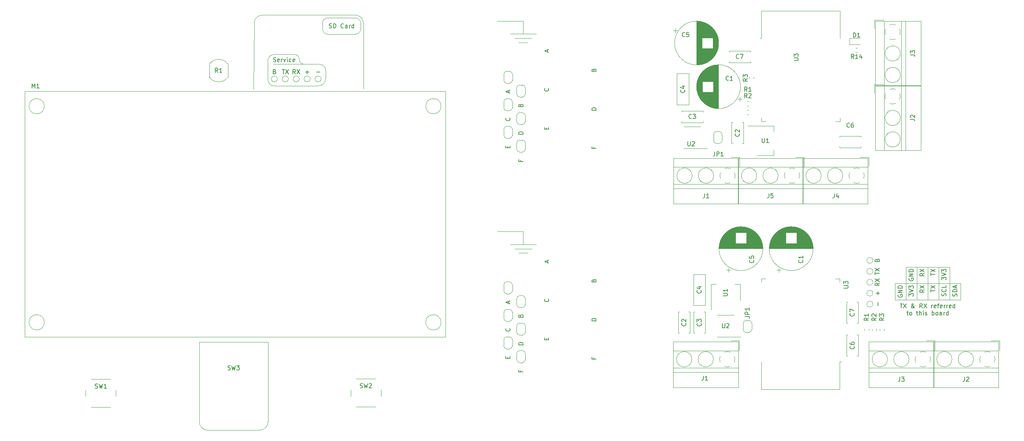
<source format=gbr>
G04 #@! TF.GenerationSoftware,KiCad,Pcbnew,(5.1.5-0-10_14)*
G04 #@! TF.CreationDate,2020-07-31T02:19:59+02:00*
G04 #@! TF.ProjectId,output.Panel,6f757470-7574-42e5-9061-6e656c2e6b69,rev?*
G04 #@! TF.SameCoordinates,Original*
G04 #@! TF.FileFunction,Legend,Top*
G04 #@! TF.FilePolarity,Positive*
%FSLAX46Y46*%
G04 Gerber Fmt 4.6, Leading zero omitted, Abs format (unit mm)*
G04 Created by KiCad (PCBNEW (5.1.5-0-10_14)) date 2020-07-31 02:19:59*
%MOMM*%
%LPD*%
G04 APERTURE LIST*
%ADD10C,0.120000*%
%ADD11C,0.150000*%
G04 APERTURE END LIST*
D10*
X153000000Y-35025000D02*
X153000000Y-38025000D01*
X150000000Y-38025000D02*
X156000000Y-38025000D01*
X155000000Y-39025000D02*
X151000000Y-39025000D01*
X152000000Y-40025000D02*
X154000000Y-40025000D01*
X153000000Y-35025000D02*
X147000000Y-35025000D01*
X102032000Y-45090000D02*
X94920000Y-45090000D01*
X95174000Y-42804000D02*
X99746000Y-42804000D01*
X99746000Y-42804000D02*
G75*
G02X101016000Y-44074000I0J-1270000D01*
G01*
X102032000Y-45090000D02*
G75*
G02X101016000Y-44074000I0J1016000D01*
G01*
X105588000Y-45090000D02*
X102032000Y-45090000D01*
X107112000Y-48392000D02*
X107112000Y-46614000D01*
X105588000Y-45090000D02*
G75*
G02X107112000Y-46614000I0J-1524000D01*
G01*
X93650000Y-44328000D02*
G75*
G02X95174000Y-42804000I1524000J0D01*
G01*
X93650000Y-48646000D02*
X93650000Y-44328000D01*
X95174000Y-50170000D02*
G75*
G02X93650000Y-48646000I0J1524000D01*
G01*
X107112000Y-48392000D02*
G75*
G02X105334000Y-50170000I-1778000J0D01*
G01*
X95174000Y-50170000D02*
X105334000Y-50170000D01*
X106350000Y-36835000D02*
X106350000Y-35565000D01*
X113970000Y-38105000D02*
X107620000Y-38105000D01*
X115240000Y-35565000D02*
X115240000Y-36835000D01*
X107620000Y-34295000D02*
X113970000Y-34295000D01*
X107620000Y-38105000D02*
G75*
G02X106350000Y-36835000I0J1270000D01*
G01*
X106350000Y-35565000D02*
G75*
G02X107620000Y-34295000I1270000J0D01*
G01*
X115240000Y-36835000D02*
G75*
G02X113970000Y-38105000I-1270000J0D01*
G01*
X113970000Y-34295000D02*
G75*
G02X115240000Y-35565000I0J-1270000D01*
G01*
D11*
X107920119Y-36604761D02*
X108062976Y-36652380D01*
X108301071Y-36652380D01*
X108396309Y-36604761D01*
X108443928Y-36557142D01*
X108491547Y-36461904D01*
X108491547Y-36366666D01*
X108443928Y-36271428D01*
X108396309Y-36223809D01*
X108301071Y-36176190D01*
X108110595Y-36128571D01*
X108015357Y-36080952D01*
X107967738Y-36033333D01*
X107920119Y-35938095D01*
X107920119Y-35842857D01*
X107967738Y-35747619D01*
X108015357Y-35700000D01*
X108110595Y-35652380D01*
X108348690Y-35652380D01*
X108491547Y-35700000D01*
X108920119Y-36652380D02*
X108920119Y-35652380D01*
X109158214Y-35652380D01*
X109301071Y-35700000D01*
X109396309Y-35795238D01*
X109443928Y-35890476D01*
X109491547Y-36080952D01*
X109491547Y-36223809D01*
X109443928Y-36414285D01*
X109396309Y-36509523D01*
X109301071Y-36604761D01*
X109158214Y-36652380D01*
X108920119Y-36652380D01*
X111253452Y-36557142D02*
X111205833Y-36604761D01*
X111062976Y-36652380D01*
X110967738Y-36652380D01*
X110824880Y-36604761D01*
X110729642Y-36509523D01*
X110682023Y-36414285D01*
X110634404Y-36223809D01*
X110634404Y-36080952D01*
X110682023Y-35890476D01*
X110729642Y-35795238D01*
X110824880Y-35700000D01*
X110967738Y-35652380D01*
X111062976Y-35652380D01*
X111205833Y-35700000D01*
X111253452Y-35747619D01*
X112110595Y-36652380D02*
X112110595Y-36128571D01*
X112062976Y-36033333D01*
X111967738Y-35985714D01*
X111777261Y-35985714D01*
X111682023Y-36033333D01*
X112110595Y-36604761D02*
X112015357Y-36652380D01*
X111777261Y-36652380D01*
X111682023Y-36604761D01*
X111634404Y-36509523D01*
X111634404Y-36414285D01*
X111682023Y-36319047D01*
X111777261Y-36271428D01*
X112015357Y-36271428D01*
X112110595Y-36223809D01*
X112586785Y-36652380D02*
X112586785Y-35985714D01*
X112586785Y-36176190D02*
X112634404Y-36080952D01*
X112682023Y-36033333D01*
X112777261Y-35985714D01*
X112872500Y-35985714D01*
X113634404Y-36652380D02*
X113634404Y-35652380D01*
X113634404Y-36604761D02*
X113539166Y-36652380D01*
X113348690Y-36652380D01*
X113253452Y-36604761D01*
X113205833Y-36557142D01*
X113158214Y-36461904D01*
X113158214Y-36176190D01*
X113205833Y-36080952D01*
X113253452Y-36033333D01*
X113348690Y-35985714D01*
X113539166Y-35985714D01*
X113634404Y-36033333D01*
D10*
X90475000Y-35565000D02*
G75*
G02X92380000Y-33660000I1905000J0D01*
G01*
X113970000Y-33660000D02*
X92380000Y-33660000D01*
X113970000Y-33660000D02*
G75*
G02X115875000Y-35565000I0J-1905000D01*
G01*
X115875000Y-50805000D02*
X115875000Y-35565000D01*
X90348000Y-50932000D02*
X90475000Y-35565000D01*
D11*
X94953976Y-44478761D02*
X95096833Y-44526380D01*
X95334928Y-44526380D01*
X95430166Y-44478761D01*
X95477785Y-44431142D01*
X95525404Y-44335904D01*
X95525404Y-44240666D01*
X95477785Y-44145428D01*
X95430166Y-44097809D01*
X95334928Y-44050190D01*
X95144452Y-44002571D01*
X95049214Y-43954952D01*
X95001595Y-43907333D01*
X94953976Y-43812095D01*
X94953976Y-43716857D01*
X95001595Y-43621619D01*
X95049214Y-43574000D01*
X95144452Y-43526380D01*
X95382547Y-43526380D01*
X95525404Y-43574000D01*
X96334928Y-44478761D02*
X96239690Y-44526380D01*
X96049214Y-44526380D01*
X95953976Y-44478761D01*
X95906357Y-44383523D01*
X95906357Y-44002571D01*
X95953976Y-43907333D01*
X96049214Y-43859714D01*
X96239690Y-43859714D01*
X96334928Y-43907333D01*
X96382547Y-44002571D01*
X96382547Y-44097809D01*
X95906357Y-44193047D01*
X96811119Y-44526380D02*
X96811119Y-43859714D01*
X96811119Y-44050190D02*
X96858738Y-43954952D01*
X96906357Y-43907333D01*
X97001595Y-43859714D01*
X97096833Y-43859714D01*
X97334928Y-43859714D02*
X97573023Y-44526380D01*
X97811119Y-43859714D01*
X98192071Y-44526380D02*
X98192071Y-43859714D01*
X98192071Y-43526380D02*
X98144452Y-43574000D01*
X98192071Y-43621619D01*
X98239690Y-43574000D01*
X98192071Y-43526380D01*
X98192071Y-43621619D01*
X99096833Y-44478761D02*
X99001595Y-44526380D01*
X98811119Y-44526380D01*
X98715880Y-44478761D01*
X98668261Y-44431142D01*
X98620642Y-44335904D01*
X98620642Y-44050190D01*
X98668261Y-43954952D01*
X98715880Y-43907333D01*
X98811119Y-43859714D01*
X99001595Y-43859714D01*
X99096833Y-43907333D01*
X99906357Y-44478761D02*
X99811119Y-44526380D01*
X99620642Y-44526380D01*
X99525404Y-44478761D01*
X99477785Y-44383523D01*
X99477785Y-44002571D01*
X99525404Y-43907333D01*
X99620642Y-43859714D01*
X99811119Y-43859714D01*
X99906357Y-43907333D01*
X99953976Y-44002571D01*
X99953976Y-44097809D01*
X99477785Y-44193047D01*
D10*
X153000000Y-84025000D02*
X147000000Y-84025000D01*
X152000000Y-89025000D02*
X154000000Y-89025000D01*
X155000000Y-88025000D02*
X151000000Y-88025000D01*
X150000000Y-87025000D02*
X156000000Y-87025000D01*
X153000000Y-84025000D02*
X153000000Y-87025000D01*
D11*
X240591619Y-100810380D02*
X241163047Y-100810380D01*
X240877333Y-101810380D02*
X240877333Y-100810380D01*
X241401142Y-100810380D02*
X242067809Y-101810380D01*
X242067809Y-100810380D02*
X241401142Y-101810380D01*
X244020190Y-101810380D02*
X243972571Y-101810380D01*
X243877333Y-101762761D01*
X243734476Y-101619904D01*
X243496380Y-101334190D01*
X243401142Y-101191333D01*
X243353523Y-101048476D01*
X243353523Y-100953238D01*
X243401142Y-100858000D01*
X243496380Y-100810380D01*
X243544000Y-100810380D01*
X243639238Y-100858000D01*
X243686857Y-100953238D01*
X243686857Y-101000857D01*
X243639238Y-101096095D01*
X243591619Y-101143714D01*
X243305904Y-101334190D01*
X243258285Y-101381809D01*
X243210666Y-101477047D01*
X243210666Y-101619904D01*
X243258285Y-101715142D01*
X243305904Y-101762761D01*
X243401142Y-101810380D01*
X243544000Y-101810380D01*
X243639238Y-101762761D01*
X243686857Y-101715142D01*
X243829714Y-101524666D01*
X243877333Y-101381809D01*
X243877333Y-101286571D01*
X245782095Y-101810380D02*
X245448761Y-101334190D01*
X245210666Y-101810380D02*
X245210666Y-100810380D01*
X245591619Y-100810380D01*
X245686857Y-100858000D01*
X245734476Y-100905619D01*
X245782095Y-101000857D01*
X245782095Y-101143714D01*
X245734476Y-101238952D01*
X245686857Y-101286571D01*
X245591619Y-101334190D01*
X245210666Y-101334190D01*
X246115428Y-100810380D02*
X246782095Y-101810380D01*
X246782095Y-100810380D02*
X246115428Y-101810380D01*
X247924952Y-101810380D02*
X247924952Y-101143714D01*
X247924952Y-101334190D02*
X247972571Y-101238952D01*
X248020190Y-101191333D01*
X248115428Y-101143714D01*
X248210666Y-101143714D01*
X248924952Y-101762761D02*
X248829714Y-101810380D01*
X248639238Y-101810380D01*
X248544000Y-101762761D01*
X248496380Y-101667523D01*
X248496380Y-101286571D01*
X248544000Y-101191333D01*
X248639238Y-101143714D01*
X248829714Y-101143714D01*
X248924952Y-101191333D01*
X248972571Y-101286571D01*
X248972571Y-101381809D01*
X248496380Y-101477047D01*
X249258285Y-101143714D02*
X249639238Y-101143714D01*
X249401142Y-101810380D02*
X249401142Y-100953238D01*
X249448761Y-100858000D01*
X249544000Y-100810380D01*
X249639238Y-100810380D01*
X250353523Y-101762761D02*
X250258285Y-101810380D01*
X250067809Y-101810380D01*
X249972571Y-101762761D01*
X249924952Y-101667523D01*
X249924952Y-101286571D01*
X249972571Y-101191333D01*
X250067809Y-101143714D01*
X250258285Y-101143714D01*
X250353523Y-101191333D01*
X250401142Y-101286571D01*
X250401142Y-101381809D01*
X249924952Y-101477047D01*
X250829714Y-101810380D02*
X250829714Y-101143714D01*
X250829714Y-101334190D02*
X250877333Y-101238952D01*
X250924952Y-101191333D01*
X251020190Y-101143714D01*
X251115428Y-101143714D01*
X251448761Y-101810380D02*
X251448761Y-101143714D01*
X251448761Y-101334190D02*
X251496380Y-101238952D01*
X251544000Y-101191333D01*
X251639238Y-101143714D01*
X251734476Y-101143714D01*
X252448761Y-101762761D02*
X252353523Y-101810380D01*
X252163047Y-101810380D01*
X252067809Y-101762761D01*
X252020190Y-101667523D01*
X252020190Y-101286571D01*
X252067809Y-101191333D01*
X252163047Y-101143714D01*
X252353523Y-101143714D01*
X252448761Y-101191333D01*
X252496380Y-101286571D01*
X252496380Y-101381809D01*
X252020190Y-101477047D01*
X253353523Y-101810380D02*
X253353523Y-100810380D01*
X253353523Y-101762761D02*
X253258285Y-101810380D01*
X253067809Y-101810380D01*
X252972571Y-101762761D01*
X252924952Y-101715142D01*
X252877333Y-101619904D01*
X252877333Y-101334190D01*
X252924952Y-101238952D01*
X252972571Y-101191333D01*
X253067809Y-101143714D01*
X253258285Y-101143714D01*
X253353523Y-101191333D01*
X242139238Y-102793714D02*
X242520190Y-102793714D01*
X242282095Y-102460380D02*
X242282095Y-103317523D01*
X242329714Y-103412761D01*
X242424952Y-103460380D01*
X242520190Y-103460380D01*
X242996380Y-103460380D02*
X242901142Y-103412761D01*
X242853523Y-103365142D01*
X242805904Y-103269904D01*
X242805904Y-102984190D01*
X242853523Y-102888952D01*
X242901142Y-102841333D01*
X242996380Y-102793714D01*
X243139238Y-102793714D01*
X243234476Y-102841333D01*
X243282095Y-102888952D01*
X243329714Y-102984190D01*
X243329714Y-103269904D01*
X243282095Y-103365142D01*
X243234476Y-103412761D01*
X243139238Y-103460380D01*
X242996380Y-103460380D01*
X244377333Y-102793714D02*
X244758285Y-102793714D01*
X244520190Y-102460380D02*
X244520190Y-103317523D01*
X244567809Y-103412761D01*
X244663047Y-103460380D01*
X244758285Y-103460380D01*
X245091619Y-103460380D02*
X245091619Y-102460380D01*
X245520190Y-103460380D02*
X245520190Y-102936571D01*
X245472571Y-102841333D01*
X245377333Y-102793714D01*
X245234476Y-102793714D01*
X245139238Y-102841333D01*
X245091619Y-102888952D01*
X245996380Y-103460380D02*
X245996380Y-102793714D01*
X245996380Y-102460380D02*
X245948761Y-102508000D01*
X245996380Y-102555619D01*
X246044000Y-102508000D01*
X245996380Y-102460380D01*
X245996380Y-102555619D01*
X246424952Y-103412761D02*
X246520190Y-103460380D01*
X246710666Y-103460380D01*
X246805904Y-103412761D01*
X246853523Y-103317523D01*
X246853523Y-103269904D01*
X246805904Y-103174666D01*
X246710666Y-103127047D01*
X246567809Y-103127047D01*
X246472571Y-103079428D01*
X246424952Y-102984190D01*
X246424952Y-102936571D01*
X246472571Y-102841333D01*
X246567809Y-102793714D01*
X246710666Y-102793714D01*
X246805904Y-102841333D01*
X248044000Y-103460380D02*
X248044000Y-102460380D01*
X248044000Y-102841333D02*
X248139238Y-102793714D01*
X248329714Y-102793714D01*
X248424952Y-102841333D01*
X248472571Y-102888952D01*
X248520190Y-102984190D01*
X248520190Y-103269904D01*
X248472571Y-103365142D01*
X248424952Y-103412761D01*
X248329714Y-103460380D01*
X248139238Y-103460380D01*
X248044000Y-103412761D01*
X249091619Y-103460380D02*
X248996380Y-103412761D01*
X248948761Y-103365142D01*
X248901142Y-103269904D01*
X248901142Y-102984190D01*
X248948761Y-102888952D01*
X248996380Y-102841333D01*
X249091619Y-102793714D01*
X249234476Y-102793714D01*
X249329714Y-102841333D01*
X249377333Y-102888952D01*
X249424952Y-102984190D01*
X249424952Y-103269904D01*
X249377333Y-103365142D01*
X249329714Y-103412761D01*
X249234476Y-103460380D01*
X249091619Y-103460380D01*
X250282095Y-103460380D02*
X250282095Y-102936571D01*
X250234476Y-102841333D01*
X250139238Y-102793714D01*
X249948761Y-102793714D01*
X249853523Y-102841333D01*
X250282095Y-103412761D02*
X250186857Y-103460380D01*
X249948761Y-103460380D01*
X249853523Y-103412761D01*
X249805904Y-103317523D01*
X249805904Y-103222285D01*
X249853523Y-103127047D01*
X249948761Y-103079428D01*
X250186857Y-103079428D01*
X250282095Y-103031809D01*
X250758285Y-103460380D02*
X250758285Y-102793714D01*
X250758285Y-102984190D02*
X250805904Y-102888952D01*
X250853523Y-102841333D01*
X250948761Y-102793714D01*
X251044000Y-102793714D01*
X251805904Y-103460380D02*
X251805904Y-102460380D01*
X251805904Y-103412761D02*
X251710666Y-103460380D01*
X251520190Y-103460380D01*
X251424952Y-103412761D01*
X251377333Y-103365142D01*
X251329714Y-103269904D01*
X251329714Y-102984190D01*
X251377333Y-102888952D01*
X251424952Y-102841333D01*
X251520190Y-102793714D01*
X251710666Y-102793714D01*
X251805904Y-102841333D01*
D10*
X244504000Y-92277000D02*
X244504000Y-99897000D01*
X247044000Y-92277000D02*
X247044000Y-99897000D01*
X249584000Y-92277000D02*
X249584000Y-99897000D01*
X252124000Y-92277000D02*
X252124000Y-99897000D01*
X241964000Y-92277000D02*
X252124000Y-92277000D01*
X241964000Y-99897000D02*
X241964000Y-92277000D01*
X239424000Y-99897000D02*
X239424000Y-96087000D01*
X254664000Y-99897000D02*
X239424000Y-99897000D01*
X254664000Y-96087000D02*
X254664000Y-99897000D01*
X239424000Y-96087000D02*
X254664000Y-96087000D01*
D11*
X253798761Y-99057547D02*
X253846380Y-98914690D01*
X253846380Y-98676595D01*
X253798761Y-98581357D01*
X253751142Y-98533738D01*
X253655904Y-98486119D01*
X253560666Y-98486119D01*
X253465428Y-98533738D01*
X253417809Y-98581357D01*
X253370190Y-98676595D01*
X253322571Y-98867071D01*
X253274952Y-98962309D01*
X253227333Y-99009928D01*
X253132095Y-99057547D01*
X253036857Y-99057547D01*
X252941619Y-99009928D01*
X252894000Y-98962309D01*
X252846380Y-98867071D01*
X252846380Y-98628976D01*
X252894000Y-98486119D01*
X253846380Y-98057547D02*
X252846380Y-98057547D01*
X252846380Y-97819452D01*
X252894000Y-97676595D01*
X252989238Y-97581357D01*
X253084476Y-97533738D01*
X253274952Y-97486119D01*
X253417809Y-97486119D01*
X253608285Y-97533738D01*
X253703523Y-97581357D01*
X253798761Y-97676595D01*
X253846380Y-97819452D01*
X253846380Y-98057547D01*
X253560666Y-97105166D02*
X253560666Y-96628976D01*
X253846380Y-97200404D02*
X252846380Y-96867071D01*
X253846380Y-96533738D01*
X251258761Y-99009928D02*
X251306380Y-98867071D01*
X251306380Y-98628976D01*
X251258761Y-98533738D01*
X251211142Y-98486119D01*
X251115904Y-98438500D01*
X251020666Y-98438500D01*
X250925428Y-98486119D01*
X250877809Y-98533738D01*
X250830190Y-98628976D01*
X250782571Y-98819452D01*
X250734952Y-98914690D01*
X250687333Y-98962309D01*
X250592095Y-99009928D01*
X250496857Y-99009928D01*
X250401619Y-98962309D01*
X250354000Y-98914690D01*
X250306380Y-98819452D01*
X250306380Y-98581357D01*
X250354000Y-98438500D01*
X251211142Y-97438500D02*
X251258761Y-97486119D01*
X251306380Y-97628976D01*
X251306380Y-97724214D01*
X251258761Y-97867071D01*
X251163523Y-97962309D01*
X251068285Y-98009928D01*
X250877809Y-98057547D01*
X250734952Y-98057547D01*
X250544476Y-98009928D01*
X250449238Y-97962309D01*
X250354000Y-97867071D01*
X250306380Y-97724214D01*
X250306380Y-97628976D01*
X250354000Y-97486119D01*
X250401619Y-97438500D01*
X251306380Y-96533738D02*
X251306380Y-97009928D01*
X250306380Y-97009928D01*
X242686380Y-99057547D02*
X242686380Y-98438500D01*
X243067333Y-98771833D01*
X243067333Y-98628976D01*
X243114952Y-98533738D01*
X243162571Y-98486119D01*
X243257809Y-98438500D01*
X243495904Y-98438500D01*
X243591142Y-98486119D01*
X243638761Y-98533738D01*
X243686380Y-98628976D01*
X243686380Y-98914690D01*
X243638761Y-99009928D01*
X243591142Y-99057547D01*
X242686380Y-98152785D02*
X243686380Y-97819452D01*
X242686380Y-97486119D01*
X242686380Y-97248023D02*
X242686380Y-96628976D01*
X243067333Y-96962309D01*
X243067333Y-96819452D01*
X243114952Y-96724214D01*
X243162571Y-96676595D01*
X243257809Y-96628976D01*
X243495904Y-96628976D01*
X243591142Y-96676595D01*
X243638761Y-96724214D01*
X243686380Y-96819452D01*
X243686380Y-97105166D01*
X243638761Y-97200404D01*
X243591142Y-97248023D01*
X247766380Y-98057547D02*
X247766380Y-97486119D01*
X248766380Y-97771833D02*
X247766380Y-97771833D01*
X247766380Y-97248023D02*
X248766380Y-96581357D01*
X247766380Y-96581357D02*
X248766380Y-97248023D01*
X246226380Y-97581357D02*
X245750190Y-97914690D01*
X246226380Y-98152785D02*
X245226380Y-98152785D01*
X245226380Y-97771833D01*
X245274000Y-97676595D01*
X245321619Y-97628976D01*
X245416857Y-97581357D01*
X245559714Y-97581357D01*
X245654952Y-97628976D01*
X245702571Y-97676595D01*
X245750190Y-97771833D01*
X245750190Y-98152785D01*
X245226380Y-97248023D02*
X246226380Y-96581357D01*
X245226380Y-96581357D02*
X246226380Y-97248023D01*
X240194000Y-98724214D02*
X240146380Y-98819452D01*
X240146380Y-98962309D01*
X240194000Y-99105166D01*
X240289238Y-99200404D01*
X240384476Y-99248023D01*
X240574952Y-99295642D01*
X240717809Y-99295642D01*
X240908285Y-99248023D01*
X241003523Y-99200404D01*
X241098761Y-99105166D01*
X241146380Y-98962309D01*
X241146380Y-98867071D01*
X241098761Y-98724214D01*
X241051142Y-98676595D01*
X240717809Y-98676595D01*
X240717809Y-98867071D01*
X241146380Y-98248023D02*
X240146380Y-98248023D01*
X241146380Y-97676595D01*
X240146380Y-97676595D01*
X241146380Y-97200404D02*
X240146380Y-97200404D01*
X240146380Y-96962309D01*
X240194000Y-96819452D01*
X240289238Y-96724214D01*
X240384476Y-96676595D01*
X240574952Y-96628976D01*
X240717809Y-96628976D01*
X240908285Y-96676595D01*
X241003523Y-96724214D01*
X241098761Y-96819452D01*
X241146380Y-96962309D01*
X241146380Y-97200404D01*
X250306380Y-95247547D02*
X250306380Y-94628500D01*
X250687333Y-94961833D01*
X250687333Y-94818976D01*
X250734952Y-94723738D01*
X250782571Y-94676119D01*
X250877809Y-94628500D01*
X251115904Y-94628500D01*
X251211142Y-94676119D01*
X251258761Y-94723738D01*
X251306380Y-94818976D01*
X251306380Y-95104690D01*
X251258761Y-95199928D01*
X251211142Y-95247547D01*
X250306380Y-94342785D02*
X251306380Y-94009452D01*
X250306380Y-93676119D01*
X250306380Y-93438023D02*
X250306380Y-92818976D01*
X250687333Y-93152309D01*
X250687333Y-93009452D01*
X250734952Y-92914214D01*
X250782571Y-92866595D01*
X250877809Y-92818976D01*
X251115904Y-92818976D01*
X251211142Y-92866595D01*
X251258761Y-92914214D01*
X251306380Y-93009452D01*
X251306380Y-93295166D01*
X251258761Y-93390404D01*
X251211142Y-93438023D01*
X247766380Y-94247547D02*
X247766380Y-93676119D01*
X248766380Y-93961833D02*
X247766380Y-93961833D01*
X247766380Y-93438023D02*
X248766380Y-92771357D01*
X247766380Y-92771357D02*
X248766380Y-93438023D01*
X246226380Y-93771357D02*
X245750190Y-94104690D01*
X246226380Y-94342785D02*
X245226380Y-94342785D01*
X245226380Y-93961833D01*
X245274000Y-93866595D01*
X245321619Y-93818976D01*
X245416857Y-93771357D01*
X245559714Y-93771357D01*
X245654952Y-93818976D01*
X245702571Y-93866595D01*
X245750190Y-93961833D01*
X245750190Y-94342785D01*
X245226380Y-93438023D02*
X246226380Y-92771357D01*
X245226380Y-92771357D02*
X246226380Y-93438023D01*
X242734000Y-94914214D02*
X242686380Y-95009452D01*
X242686380Y-95152309D01*
X242734000Y-95295166D01*
X242829238Y-95390404D01*
X242924476Y-95438023D01*
X243114952Y-95485642D01*
X243257809Y-95485642D01*
X243448285Y-95438023D01*
X243543523Y-95390404D01*
X243638761Y-95295166D01*
X243686380Y-95152309D01*
X243686380Y-95057071D01*
X243638761Y-94914214D01*
X243591142Y-94866595D01*
X243257809Y-94866595D01*
X243257809Y-95057071D01*
X243686380Y-94438023D02*
X242686380Y-94438023D01*
X243686380Y-93866595D01*
X242686380Y-93866595D01*
X243686380Y-93390404D02*
X242686380Y-93390404D01*
X242686380Y-93152309D01*
X242734000Y-93009452D01*
X242829238Y-92914214D01*
X242924476Y-92866595D01*
X243114952Y-92818976D01*
X243257809Y-92818976D01*
X243448285Y-92866595D01*
X243543523Y-92914214D01*
X243638761Y-93009452D01*
X243686380Y-93152309D01*
X243686380Y-93390404D01*
D10*
X153500000Y-63425000D02*
X153500000Y-64825000D01*
X152800000Y-65525000D02*
X152200000Y-65525000D01*
X151500000Y-64825000D02*
X151500000Y-63425000D01*
X152200000Y-62725000D02*
X152800000Y-62725000D01*
X152800000Y-62725000D02*
G75*
G02X153500000Y-63425000I0J-700000D01*
G01*
X151500000Y-63425000D02*
G75*
G02X152200000Y-62725000I700000J0D01*
G01*
X152200000Y-65525000D02*
G75*
G02X151500000Y-64825000I0J700000D01*
G01*
X153500000Y-64825000D02*
G75*
G02X152800000Y-65525000I-700000J0D01*
G01*
X150500000Y-61625000D02*
G75*
G02X149800000Y-62325000I-700000J0D01*
G01*
X149200000Y-62325000D02*
G75*
G02X148500000Y-61625000I0J700000D01*
G01*
X148500000Y-60225000D02*
G75*
G02X149200000Y-59525000I700000J0D01*
G01*
X149800000Y-59525000D02*
G75*
G02X150500000Y-60225000I0J-700000D01*
G01*
X149200000Y-59525000D02*
X149800000Y-59525000D01*
X148500000Y-61625000D02*
X148500000Y-60225000D01*
X149800000Y-62325000D02*
X149200000Y-62325000D01*
X150500000Y-60225000D02*
X150500000Y-61625000D01*
X153500000Y-57025000D02*
X153500000Y-58425000D01*
X152800000Y-59125000D02*
X152200000Y-59125000D01*
X151500000Y-58425000D02*
X151500000Y-57025000D01*
X152200000Y-56325000D02*
X152800000Y-56325000D01*
X152800000Y-56325000D02*
G75*
G02X153500000Y-57025000I0J-700000D01*
G01*
X151500000Y-57025000D02*
G75*
G02X152200000Y-56325000I700000J0D01*
G01*
X152200000Y-59125000D02*
G75*
G02X151500000Y-58425000I0J700000D01*
G01*
X153500000Y-58425000D02*
G75*
G02X152800000Y-59125000I-700000J0D01*
G01*
X153500000Y-50625000D02*
X153500000Y-52025000D01*
X152800000Y-52725000D02*
X152200000Y-52725000D01*
X151500000Y-52025000D02*
X151500000Y-50625000D01*
X152200000Y-49925000D02*
X152800000Y-49925000D01*
X152800000Y-49925000D02*
G75*
G02X153500000Y-50625000I0J-700000D01*
G01*
X151500000Y-50625000D02*
G75*
G02X152200000Y-49925000I700000J0D01*
G01*
X152200000Y-52725000D02*
G75*
G02X151500000Y-52025000I0J700000D01*
G01*
X153500000Y-52025000D02*
G75*
G02X152800000Y-52725000I-700000J0D01*
G01*
X150500000Y-48825000D02*
G75*
G02X149800000Y-49525000I-700000J0D01*
G01*
X149200000Y-49525000D02*
G75*
G02X148500000Y-48825000I0J700000D01*
G01*
X148500000Y-47425000D02*
G75*
G02X149200000Y-46725000I700000J0D01*
G01*
X149800000Y-46725000D02*
G75*
G02X150500000Y-47425000I0J-700000D01*
G01*
X149200000Y-46725000D02*
X149800000Y-46725000D01*
X148500000Y-48825000D02*
X148500000Y-47425000D01*
X149800000Y-49525000D02*
X149200000Y-49525000D01*
X150500000Y-47425000D02*
X150500000Y-48825000D01*
X150500000Y-55225000D02*
G75*
G02X149800000Y-55925000I-700000J0D01*
G01*
X149200000Y-55925000D02*
G75*
G02X148500000Y-55225000I0J700000D01*
G01*
X148500000Y-53825000D02*
G75*
G02X149200000Y-53125000I700000J0D01*
G01*
X149800000Y-53125000D02*
G75*
G02X150500000Y-53825000I0J-700000D01*
G01*
X149200000Y-53125000D02*
X149800000Y-53125000D01*
X148500000Y-55225000D02*
X148500000Y-53825000D01*
X149800000Y-55925000D02*
X149200000Y-55925000D01*
X150500000Y-53825000D02*
X150500000Y-55225000D01*
X106034000Y-48519000D02*
G75*
G03X106034000Y-48519000I-700000J0D01*
G01*
X103494000Y-48519000D02*
G75*
G03X103494000Y-48519000I-700000J0D01*
G01*
X100954000Y-48519000D02*
G75*
G03X100954000Y-48519000I-700000J0D01*
G01*
X98414000Y-48519000D02*
G75*
G03X98414000Y-48519000I-700000J0D01*
G01*
X95874000Y-48519000D02*
G75*
G03X95874000Y-48519000I-700000J0D01*
G01*
X134925000Y-51440000D02*
X37135000Y-51440000D01*
X37135000Y-108590000D02*
X37135000Y-51440000D01*
X134925000Y-108590000D02*
X37135000Y-108590000D01*
X134925000Y-51440000D02*
X134925000Y-108590000D01*
X41711530Y-105161000D02*
G75*
G03X41711530Y-105161000I-1782530J0D01*
G01*
X133913530Y-105161000D02*
G75*
G03X133913530Y-105161000I-1782530J0D01*
G01*
X133913530Y-54869000D02*
G75*
G03X133913530Y-54869000I-1782530J0D01*
G01*
X41711530Y-54869000D02*
G75*
G03X41711530Y-54869000I-1782530J0D01*
G01*
X84338249Y-45020487D02*
G75*
G03X80070000Y-45065000I-2118249J-1544513D01*
G01*
X80054474Y-48093234D02*
G75*
G03X84370000Y-48115000I2165526J1528234D01*
G01*
X80070000Y-48115000D02*
X80070000Y-45065000D01*
X84370000Y-48115000D02*
X84370000Y-45065000D01*
X58340000Y-122385000D02*
X58340000Y-120885000D01*
X57090000Y-118385000D02*
X52590000Y-118385000D01*
X51340000Y-120885000D02*
X51340000Y-122385000D01*
X52590000Y-124885000D02*
X57090000Y-124885000D01*
X119935000Y-122330000D02*
X119935000Y-120830000D01*
X118685000Y-118330000D02*
X114185000Y-118330000D01*
X112935000Y-120830000D02*
X112935000Y-122330000D01*
X114185000Y-124830000D02*
X118685000Y-124830000D01*
X91712500Y-130265000D02*
X79712500Y-130265000D01*
X93712500Y-128265000D02*
G75*
G02X91712500Y-130265000I-2000000J0D01*
G01*
X79712500Y-130265000D02*
G75*
G02X77712500Y-128265000I0J2000000D01*
G01*
X93712500Y-109765000D02*
X93712500Y-128265000D01*
X77712500Y-109765000D02*
X93712500Y-109765000D01*
X77712500Y-128265000D02*
X77712500Y-109765000D01*
X150500000Y-96425000D02*
X150500000Y-97825000D01*
X149800000Y-98525000D02*
X149200000Y-98525000D01*
X148500000Y-97825000D02*
X148500000Y-96425000D01*
X149200000Y-95725000D02*
X149800000Y-95725000D01*
X149800000Y-95725000D02*
G75*
G02X150500000Y-96425000I0J-700000D01*
G01*
X148500000Y-96425000D02*
G75*
G02X149200000Y-95725000I700000J0D01*
G01*
X149200000Y-98525000D02*
G75*
G02X148500000Y-97825000I0J700000D01*
G01*
X150500000Y-97825000D02*
G75*
G02X149800000Y-98525000I-700000J0D01*
G01*
X153500000Y-101025000D02*
G75*
G02X152800000Y-101725000I-700000J0D01*
G01*
X152200000Y-101725000D02*
G75*
G02X151500000Y-101025000I0J700000D01*
G01*
X151500000Y-99625000D02*
G75*
G02X152200000Y-98925000I700000J0D01*
G01*
X152800000Y-98925000D02*
G75*
G02X153500000Y-99625000I0J-700000D01*
G01*
X152200000Y-98925000D02*
X152800000Y-98925000D01*
X151500000Y-101025000D02*
X151500000Y-99625000D01*
X152800000Y-101725000D02*
X152200000Y-101725000D01*
X153500000Y-99625000D02*
X153500000Y-101025000D01*
X150500000Y-102825000D02*
X150500000Y-104225000D01*
X149800000Y-104925000D02*
X149200000Y-104925000D01*
X148500000Y-104225000D02*
X148500000Y-102825000D01*
X149200000Y-102125000D02*
X149800000Y-102125000D01*
X149800000Y-102125000D02*
G75*
G02X150500000Y-102825000I0J-700000D01*
G01*
X148500000Y-102825000D02*
G75*
G02X149200000Y-102125000I700000J0D01*
G01*
X149200000Y-104925000D02*
G75*
G02X148500000Y-104225000I0J700000D01*
G01*
X150500000Y-104225000D02*
G75*
G02X149800000Y-104925000I-700000J0D01*
G01*
X153500000Y-107425000D02*
G75*
G02X152800000Y-108125000I-700000J0D01*
G01*
X152200000Y-108125000D02*
G75*
G02X151500000Y-107425000I0J700000D01*
G01*
X151500000Y-106025000D02*
G75*
G02X152200000Y-105325000I700000J0D01*
G01*
X152800000Y-105325000D02*
G75*
G02X153500000Y-106025000I0J-700000D01*
G01*
X152200000Y-105325000D02*
X152800000Y-105325000D01*
X151500000Y-107425000D02*
X151500000Y-106025000D01*
X152800000Y-108125000D02*
X152200000Y-108125000D01*
X153500000Y-106025000D02*
X153500000Y-107425000D01*
X150500000Y-109225000D02*
X150500000Y-110625000D01*
X149800000Y-111325000D02*
X149200000Y-111325000D01*
X148500000Y-110625000D02*
X148500000Y-109225000D01*
X149200000Y-108525000D02*
X149800000Y-108525000D01*
X149800000Y-108525000D02*
G75*
G02X150500000Y-109225000I0J-700000D01*
G01*
X148500000Y-109225000D02*
G75*
G02X149200000Y-108525000I700000J0D01*
G01*
X149200000Y-111325000D02*
G75*
G02X148500000Y-110625000I0J700000D01*
G01*
X150500000Y-110625000D02*
G75*
G02X149800000Y-111325000I-700000J0D01*
G01*
X153500000Y-113825000D02*
G75*
G02X152800000Y-114525000I-700000J0D01*
G01*
X152200000Y-114525000D02*
G75*
G02X151500000Y-113825000I0J700000D01*
G01*
X151500000Y-112425000D02*
G75*
G02X152200000Y-111725000I700000J0D01*
G01*
X152800000Y-111725000D02*
G75*
G02X153500000Y-112425000I0J-700000D01*
G01*
X152200000Y-111725000D02*
X152800000Y-111725000D01*
X151500000Y-113825000D02*
X151500000Y-112425000D01*
X152800000Y-114525000D02*
X152200000Y-114525000D01*
X153500000Y-112425000D02*
X153500000Y-113825000D01*
X208380000Y-39080000D02*
X208000000Y-39080000D01*
X208380000Y-32660000D02*
X208380000Y-39080000D01*
X226620000Y-32660000D02*
X226620000Y-39080000D01*
X208380000Y-32660000D02*
X226620000Y-32660000D01*
X226620000Y-58405000D02*
X225620000Y-58405000D01*
X226620000Y-57625000D02*
X226620000Y-58405000D01*
X208380000Y-58405000D02*
X209380000Y-58405000D01*
X208380000Y-57625000D02*
X208380000Y-58405000D01*
X206622000Y-48445267D02*
X206622000Y-48102733D01*
X205602000Y-48445267D02*
X205602000Y-48102733D01*
X205037733Y-56799000D02*
X205380267Y-56799000D01*
X205037733Y-55779000D02*
X205380267Y-55779000D01*
X205380267Y-53747000D02*
X205037733Y-53747000D01*
X205380267Y-54767000D02*
X205037733Y-54767000D01*
X203384646Y-53695000D02*
X203384646Y-52695000D01*
X203884646Y-53195000D02*
X202884646Y-53195000D01*
X193324000Y-50919000D02*
X193324000Y-49721000D01*
X193364000Y-51182000D02*
X193364000Y-49458000D01*
X193404000Y-51382000D02*
X193404000Y-49258000D01*
X193444000Y-51550000D02*
X193444000Y-49090000D01*
X193484000Y-51698000D02*
X193484000Y-48942000D01*
X193524000Y-51830000D02*
X193524000Y-48810000D01*
X193564000Y-51950000D02*
X193564000Y-48690000D01*
X193604000Y-52062000D02*
X193604000Y-48578000D01*
X193644000Y-52166000D02*
X193644000Y-48474000D01*
X193684000Y-52264000D02*
X193684000Y-48376000D01*
X193724000Y-52357000D02*
X193724000Y-48283000D01*
X193764000Y-52445000D02*
X193764000Y-48195000D01*
X193804000Y-52529000D02*
X193804000Y-48111000D01*
X193844000Y-52609000D02*
X193844000Y-48031000D01*
X193884000Y-52685000D02*
X193884000Y-47955000D01*
X193924000Y-52759000D02*
X193924000Y-47881000D01*
X193964000Y-52830000D02*
X193964000Y-47810000D01*
X194004000Y-52899000D02*
X194004000Y-47741000D01*
X194044000Y-52965000D02*
X194044000Y-47675000D01*
X194084000Y-53029000D02*
X194084000Y-47611000D01*
X194124000Y-53090000D02*
X194124000Y-47550000D01*
X194164000Y-53150000D02*
X194164000Y-47490000D01*
X194204000Y-53209000D02*
X194204000Y-47431000D01*
X194244000Y-53265000D02*
X194244000Y-47375000D01*
X194284000Y-53320000D02*
X194284000Y-47320000D01*
X194324000Y-53374000D02*
X194324000Y-47266000D01*
X194364000Y-53426000D02*
X194364000Y-47214000D01*
X194404000Y-53476000D02*
X194404000Y-47164000D01*
X194444000Y-53526000D02*
X194444000Y-47114000D01*
X194484000Y-53574000D02*
X194484000Y-47066000D01*
X194524000Y-53621000D02*
X194524000Y-47019000D01*
X194564000Y-53667000D02*
X194564000Y-46973000D01*
X194604000Y-53712000D02*
X194604000Y-46928000D01*
X194644000Y-53756000D02*
X194644000Y-46884000D01*
X194684000Y-49079000D02*
X194684000Y-46842000D01*
X194684000Y-53798000D02*
X194684000Y-51561000D01*
X194724000Y-49079000D02*
X194724000Y-46800000D01*
X194724000Y-53840000D02*
X194724000Y-51561000D01*
X194764000Y-49079000D02*
X194764000Y-46759000D01*
X194764000Y-53881000D02*
X194764000Y-51561000D01*
X194804000Y-49079000D02*
X194804000Y-46719000D01*
X194804000Y-53921000D02*
X194804000Y-51561000D01*
X194844000Y-49079000D02*
X194844000Y-46680000D01*
X194844000Y-53960000D02*
X194844000Y-51561000D01*
X194884000Y-49079000D02*
X194884000Y-46641000D01*
X194884000Y-53999000D02*
X194884000Y-51561000D01*
X194924000Y-49079000D02*
X194924000Y-46604000D01*
X194924000Y-54036000D02*
X194924000Y-51561000D01*
X194964000Y-49079000D02*
X194964000Y-46567000D01*
X194964000Y-54073000D02*
X194964000Y-51561000D01*
X195004000Y-49079000D02*
X195004000Y-46531000D01*
X195004000Y-54109000D02*
X195004000Y-51561000D01*
X195044000Y-49079000D02*
X195044000Y-46496000D01*
X195044000Y-54144000D02*
X195044000Y-51561000D01*
X195084000Y-49079000D02*
X195084000Y-46462000D01*
X195084000Y-54178000D02*
X195084000Y-51561000D01*
X195124000Y-49079000D02*
X195124000Y-46428000D01*
X195124000Y-54212000D02*
X195124000Y-51561000D01*
X195164000Y-49079000D02*
X195164000Y-46395000D01*
X195164000Y-54245000D02*
X195164000Y-51561000D01*
X195204000Y-49079000D02*
X195204000Y-46363000D01*
X195204000Y-54277000D02*
X195204000Y-51561000D01*
X195244000Y-49079000D02*
X195244000Y-46331000D01*
X195244000Y-54309000D02*
X195244000Y-51561000D01*
X195284000Y-49079000D02*
X195284000Y-46300000D01*
X195284000Y-54340000D02*
X195284000Y-51561000D01*
X195324000Y-49079000D02*
X195324000Y-46270000D01*
X195324000Y-54370000D02*
X195324000Y-51561000D01*
X195364000Y-49079000D02*
X195364000Y-46240000D01*
X195364000Y-54400000D02*
X195364000Y-51561000D01*
X195404000Y-49079000D02*
X195404000Y-46210000D01*
X195404000Y-54430000D02*
X195404000Y-51561000D01*
X195444000Y-49079000D02*
X195444000Y-46182000D01*
X195444000Y-54458000D02*
X195444000Y-51561000D01*
X195484000Y-49079000D02*
X195484000Y-46154000D01*
X195484000Y-54486000D02*
X195484000Y-51561000D01*
X195524000Y-49079000D02*
X195524000Y-46126000D01*
X195524000Y-54514000D02*
X195524000Y-51561000D01*
X195564000Y-49079000D02*
X195564000Y-46099000D01*
X195564000Y-54541000D02*
X195564000Y-51561000D01*
X195604000Y-49079000D02*
X195604000Y-46073000D01*
X195604000Y-54567000D02*
X195604000Y-51561000D01*
X195644000Y-49079000D02*
X195644000Y-46047000D01*
X195644000Y-54593000D02*
X195644000Y-51561000D01*
X195684000Y-49079000D02*
X195684000Y-46022000D01*
X195684000Y-54618000D02*
X195684000Y-51561000D01*
X195724000Y-49079000D02*
X195724000Y-45997000D01*
X195724000Y-54643000D02*
X195724000Y-51561000D01*
X195764000Y-49079000D02*
X195764000Y-45973000D01*
X195764000Y-54667000D02*
X195764000Y-51561000D01*
X195804000Y-49079000D02*
X195804000Y-45949000D01*
X195804000Y-54691000D02*
X195804000Y-51561000D01*
X195844000Y-49079000D02*
X195844000Y-45925000D01*
X195844000Y-54715000D02*
X195844000Y-51561000D01*
X195884000Y-49079000D02*
X195884000Y-45903000D01*
X195884000Y-54737000D02*
X195884000Y-51561000D01*
X195924000Y-49079000D02*
X195924000Y-45880000D01*
X195924000Y-54760000D02*
X195924000Y-51561000D01*
X195964000Y-49079000D02*
X195964000Y-45858000D01*
X195964000Y-54782000D02*
X195964000Y-51561000D01*
X196004000Y-49079000D02*
X196004000Y-45837000D01*
X196004000Y-54803000D02*
X196004000Y-51561000D01*
X196044000Y-49079000D02*
X196044000Y-45816000D01*
X196044000Y-54824000D02*
X196044000Y-51561000D01*
X196084000Y-49079000D02*
X196084000Y-45795000D01*
X196084000Y-54845000D02*
X196084000Y-51561000D01*
X196124000Y-49079000D02*
X196124000Y-45775000D01*
X196124000Y-54865000D02*
X196124000Y-51561000D01*
X196164000Y-49079000D02*
X196164000Y-45756000D01*
X196164000Y-54884000D02*
X196164000Y-51561000D01*
X196204000Y-49079000D02*
X196204000Y-45736000D01*
X196204000Y-54904000D02*
X196204000Y-51561000D01*
X196244000Y-49079000D02*
X196244000Y-45717000D01*
X196244000Y-54923000D02*
X196244000Y-51561000D01*
X196284000Y-49079000D02*
X196284000Y-45699000D01*
X196284000Y-54941000D02*
X196284000Y-51561000D01*
X196324000Y-49079000D02*
X196324000Y-45681000D01*
X196324000Y-54959000D02*
X196324000Y-51561000D01*
X196364000Y-49079000D02*
X196364000Y-45663000D01*
X196364000Y-54977000D02*
X196364000Y-51561000D01*
X196404000Y-49079000D02*
X196404000Y-45646000D01*
X196404000Y-54994000D02*
X196404000Y-51561000D01*
X196444000Y-49079000D02*
X196444000Y-45630000D01*
X196444000Y-55010000D02*
X196444000Y-51561000D01*
X196484000Y-49079000D02*
X196484000Y-45613000D01*
X196484000Y-55027000D02*
X196484000Y-51561000D01*
X196524000Y-49079000D02*
X196524000Y-45597000D01*
X196524000Y-55043000D02*
X196524000Y-51561000D01*
X196564000Y-49079000D02*
X196564000Y-45582000D01*
X196564000Y-55058000D02*
X196564000Y-51561000D01*
X196604000Y-49079000D02*
X196604000Y-45566000D01*
X196604000Y-55074000D02*
X196604000Y-51561000D01*
X196644000Y-49079000D02*
X196644000Y-45552000D01*
X196644000Y-55088000D02*
X196644000Y-51561000D01*
X196684000Y-49079000D02*
X196684000Y-45537000D01*
X196684000Y-55103000D02*
X196684000Y-51561000D01*
X196724000Y-49079000D02*
X196724000Y-45523000D01*
X196724000Y-55117000D02*
X196724000Y-51561000D01*
X196764000Y-49079000D02*
X196764000Y-45509000D01*
X196764000Y-55131000D02*
X196764000Y-51561000D01*
X196804000Y-49079000D02*
X196804000Y-45496000D01*
X196804000Y-55144000D02*
X196804000Y-51561000D01*
X196844000Y-49079000D02*
X196844000Y-45483000D01*
X196844000Y-55157000D02*
X196844000Y-51561000D01*
X196884000Y-49079000D02*
X196884000Y-45470000D01*
X196884000Y-55170000D02*
X196884000Y-51561000D01*
X196924000Y-49079000D02*
X196924000Y-45458000D01*
X196924000Y-55182000D02*
X196924000Y-51561000D01*
X196964000Y-49079000D02*
X196964000Y-45446000D01*
X196964000Y-55194000D02*
X196964000Y-51561000D01*
X197004000Y-49079000D02*
X197004000Y-45435000D01*
X197004000Y-55205000D02*
X197004000Y-51561000D01*
X197044000Y-49079000D02*
X197044000Y-45423000D01*
X197044000Y-55217000D02*
X197044000Y-51561000D01*
X197084000Y-49079000D02*
X197084000Y-45413000D01*
X197084000Y-55227000D02*
X197084000Y-51561000D01*
X197124000Y-49079000D02*
X197124000Y-45402000D01*
X197124000Y-55238000D02*
X197124000Y-51561000D01*
X197164000Y-55248000D02*
X197164000Y-45392000D01*
X197204000Y-55258000D02*
X197204000Y-45382000D01*
X197244000Y-55267000D02*
X197244000Y-45373000D01*
X197284000Y-55276000D02*
X197284000Y-45364000D01*
X197324000Y-55285000D02*
X197324000Y-45355000D01*
X197364000Y-55294000D02*
X197364000Y-45346000D01*
X197404000Y-55302000D02*
X197404000Y-45338000D01*
X197444000Y-55310000D02*
X197444000Y-45330000D01*
X197484000Y-55317000D02*
X197484000Y-45323000D01*
X197524000Y-55324000D02*
X197524000Y-45316000D01*
X197564000Y-55331000D02*
X197564000Y-45309000D01*
X197604000Y-55338000D02*
X197604000Y-45302000D01*
X197644000Y-55344000D02*
X197644000Y-45296000D01*
X197684000Y-55350000D02*
X197684000Y-45290000D01*
X197725000Y-55355000D02*
X197725000Y-45285000D01*
X197765000Y-55360000D02*
X197765000Y-45280000D01*
X197805000Y-55365000D02*
X197805000Y-45275000D01*
X197845000Y-55370000D02*
X197845000Y-45270000D01*
X197885000Y-55374000D02*
X197885000Y-45266000D01*
X197925000Y-55378000D02*
X197925000Y-45262000D01*
X197965000Y-55382000D02*
X197965000Y-45258000D01*
X198005000Y-55385000D02*
X198005000Y-45255000D01*
X198045000Y-55388000D02*
X198045000Y-45252000D01*
X198085000Y-55390000D02*
X198085000Y-45250000D01*
X198125000Y-55393000D02*
X198125000Y-45247000D01*
X198165000Y-55395000D02*
X198165000Y-45245000D01*
X198205000Y-55397000D02*
X198205000Y-45243000D01*
X198245000Y-55398000D02*
X198245000Y-45242000D01*
X198285000Y-55399000D02*
X198285000Y-45241000D01*
X198325000Y-55400000D02*
X198325000Y-45240000D01*
X198365000Y-55400000D02*
X198365000Y-45240000D01*
X198405000Y-55400000D02*
X198405000Y-45240000D01*
X203525000Y-50320000D02*
G75*
G03X203525000Y-50320000I-5120000J0D01*
G01*
X203865000Y-58605000D02*
X204180000Y-58605000D01*
X201440000Y-58605000D02*
X201755000Y-58605000D01*
X203865000Y-63545000D02*
X204180000Y-63545000D01*
X201440000Y-63545000D02*
X201755000Y-63545000D01*
X204180000Y-63545000D02*
X204180000Y-58605000D01*
X201440000Y-63545000D02*
X201440000Y-58605000D01*
X189839000Y-56250000D02*
X189839000Y-55935000D01*
X189839000Y-58675000D02*
X189839000Y-58360000D01*
X194779000Y-56250000D02*
X194779000Y-55935000D01*
X194779000Y-58675000D02*
X194779000Y-58360000D01*
X194779000Y-55935000D02*
X189839000Y-55935000D01*
X194779000Y-58675000D02*
X189839000Y-58675000D01*
X188740000Y-47295000D02*
X191480000Y-47295000D01*
X188740000Y-54535000D02*
X191480000Y-54535000D01*
X191480000Y-54535000D02*
X191480000Y-47295000D01*
X188740000Y-54535000D02*
X188740000Y-47295000D01*
X188345354Y-36785000D02*
X188345354Y-37785000D01*
X187845354Y-37285000D02*
X188845354Y-37285000D01*
X198406000Y-39561000D02*
X198406000Y-40759000D01*
X198366000Y-39298000D02*
X198366000Y-41022000D01*
X198326000Y-39098000D02*
X198326000Y-41222000D01*
X198286000Y-38930000D02*
X198286000Y-41390000D01*
X198246000Y-38782000D02*
X198246000Y-41538000D01*
X198206000Y-38650000D02*
X198206000Y-41670000D01*
X198166000Y-38530000D02*
X198166000Y-41790000D01*
X198126000Y-38418000D02*
X198126000Y-41902000D01*
X198086000Y-38314000D02*
X198086000Y-42006000D01*
X198046000Y-38216000D02*
X198046000Y-42104000D01*
X198006000Y-38123000D02*
X198006000Y-42197000D01*
X197966000Y-38035000D02*
X197966000Y-42285000D01*
X197926000Y-37951000D02*
X197926000Y-42369000D01*
X197886000Y-37871000D02*
X197886000Y-42449000D01*
X197846000Y-37795000D02*
X197846000Y-42525000D01*
X197806000Y-37721000D02*
X197806000Y-42599000D01*
X197766000Y-37650000D02*
X197766000Y-42670000D01*
X197726000Y-37581000D02*
X197726000Y-42739000D01*
X197686000Y-37515000D02*
X197686000Y-42805000D01*
X197646000Y-37451000D02*
X197646000Y-42869000D01*
X197606000Y-37390000D02*
X197606000Y-42930000D01*
X197566000Y-37330000D02*
X197566000Y-42990000D01*
X197526000Y-37271000D02*
X197526000Y-43049000D01*
X197486000Y-37215000D02*
X197486000Y-43105000D01*
X197446000Y-37160000D02*
X197446000Y-43160000D01*
X197406000Y-37106000D02*
X197406000Y-43214000D01*
X197366000Y-37054000D02*
X197366000Y-43266000D01*
X197326000Y-37004000D02*
X197326000Y-43316000D01*
X197286000Y-36954000D02*
X197286000Y-43366000D01*
X197246000Y-36906000D02*
X197246000Y-43414000D01*
X197206000Y-36859000D02*
X197206000Y-43461000D01*
X197166000Y-36813000D02*
X197166000Y-43507000D01*
X197126000Y-36768000D02*
X197126000Y-43552000D01*
X197086000Y-36724000D02*
X197086000Y-43596000D01*
X197046000Y-41401000D02*
X197046000Y-43638000D01*
X197046000Y-36682000D02*
X197046000Y-38919000D01*
X197006000Y-41401000D02*
X197006000Y-43680000D01*
X197006000Y-36640000D02*
X197006000Y-38919000D01*
X196966000Y-41401000D02*
X196966000Y-43721000D01*
X196966000Y-36599000D02*
X196966000Y-38919000D01*
X196926000Y-41401000D02*
X196926000Y-43761000D01*
X196926000Y-36559000D02*
X196926000Y-38919000D01*
X196886000Y-41401000D02*
X196886000Y-43800000D01*
X196886000Y-36520000D02*
X196886000Y-38919000D01*
X196846000Y-41401000D02*
X196846000Y-43839000D01*
X196846000Y-36481000D02*
X196846000Y-38919000D01*
X196806000Y-41401000D02*
X196806000Y-43876000D01*
X196806000Y-36444000D02*
X196806000Y-38919000D01*
X196766000Y-41401000D02*
X196766000Y-43913000D01*
X196766000Y-36407000D02*
X196766000Y-38919000D01*
X196726000Y-41401000D02*
X196726000Y-43949000D01*
X196726000Y-36371000D02*
X196726000Y-38919000D01*
X196686000Y-41401000D02*
X196686000Y-43984000D01*
X196686000Y-36336000D02*
X196686000Y-38919000D01*
X196646000Y-41401000D02*
X196646000Y-44018000D01*
X196646000Y-36302000D02*
X196646000Y-38919000D01*
X196606000Y-41401000D02*
X196606000Y-44052000D01*
X196606000Y-36268000D02*
X196606000Y-38919000D01*
X196566000Y-41401000D02*
X196566000Y-44085000D01*
X196566000Y-36235000D02*
X196566000Y-38919000D01*
X196526000Y-41401000D02*
X196526000Y-44117000D01*
X196526000Y-36203000D02*
X196526000Y-38919000D01*
X196486000Y-41401000D02*
X196486000Y-44149000D01*
X196486000Y-36171000D02*
X196486000Y-38919000D01*
X196446000Y-41401000D02*
X196446000Y-44180000D01*
X196446000Y-36140000D02*
X196446000Y-38919000D01*
X196406000Y-41401000D02*
X196406000Y-44210000D01*
X196406000Y-36110000D02*
X196406000Y-38919000D01*
X196366000Y-41401000D02*
X196366000Y-44240000D01*
X196366000Y-36080000D02*
X196366000Y-38919000D01*
X196326000Y-41401000D02*
X196326000Y-44270000D01*
X196326000Y-36050000D02*
X196326000Y-38919000D01*
X196286000Y-41401000D02*
X196286000Y-44298000D01*
X196286000Y-36022000D02*
X196286000Y-38919000D01*
X196246000Y-41401000D02*
X196246000Y-44326000D01*
X196246000Y-35994000D02*
X196246000Y-38919000D01*
X196206000Y-41401000D02*
X196206000Y-44354000D01*
X196206000Y-35966000D02*
X196206000Y-38919000D01*
X196166000Y-41401000D02*
X196166000Y-44381000D01*
X196166000Y-35939000D02*
X196166000Y-38919000D01*
X196126000Y-41401000D02*
X196126000Y-44407000D01*
X196126000Y-35913000D02*
X196126000Y-38919000D01*
X196086000Y-41401000D02*
X196086000Y-44433000D01*
X196086000Y-35887000D02*
X196086000Y-38919000D01*
X196046000Y-41401000D02*
X196046000Y-44458000D01*
X196046000Y-35862000D02*
X196046000Y-38919000D01*
X196006000Y-41401000D02*
X196006000Y-44483000D01*
X196006000Y-35837000D02*
X196006000Y-38919000D01*
X195966000Y-41401000D02*
X195966000Y-44507000D01*
X195966000Y-35813000D02*
X195966000Y-38919000D01*
X195926000Y-41401000D02*
X195926000Y-44531000D01*
X195926000Y-35789000D02*
X195926000Y-38919000D01*
X195886000Y-41401000D02*
X195886000Y-44555000D01*
X195886000Y-35765000D02*
X195886000Y-38919000D01*
X195846000Y-41401000D02*
X195846000Y-44577000D01*
X195846000Y-35743000D02*
X195846000Y-38919000D01*
X195806000Y-41401000D02*
X195806000Y-44600000D01*
X195806000Y-35720000D02*
X195806000Y-38919000D01*
X195766000Y-41401000D02*
X195766000Y-44622000D01*
X195766000Y-35698000D02*
X195766000Y-38919000D01*
X195726000Y-41401000D02*
X195726000Y-44643000D01*
X195726000Y-35677000D02*
X195726000Y-38919000D01*
X195686000Y-41401000D02*
X195686000Y-44664000D01*
X195686000Y-35656000D02*
X195686000Y-38919000D01*
X195646000Y-41401000D02*
X195646000Y-44685000D01*
X195646000Y-35635000D02*
X195646000Y-38919000D01*
X195606000Y-41401000D02*
X195606000Y-44705000D01*
X195606000Y-35615000D02*
X195606000Y-38919000D01*
X195566000Y-41401000D02*
X195566000Y-44724000D01*
X195566000Y-35596000D02*
X195566000Y-38919000D01*
X195526000Y-41401000D02*
X195526000Y-44744000D01*
X195526000Y-35576000D02*
X195526000Y-38919000D01*
X195486000Y-41401000D02*
X195486000Y-44763000D01*
X195486000Y-35557000D02*
X195486000Y-38919000D01*
X195446000Y-41401000D02*
X195446000Y-44781000D01*
X195446000Y-35539000D02*
X195446000Y-38919000D01*
X195406000Y-41401000D02*
X195406000Y-44799000D01*
X195406000Y-35521000D02*
X195406000Y-38919000D01*
X195366000Y-41401000D02*
X195366000Y-44817000D01*
X195366000Y-35503000D02*
X195366000Y-38919000D01*
X195326000Y-41401000D02*
X195326000Y-44834000D01*
X195326000Y-35486000D02*
X195326000Y-38919000D01*
X195286000Y-41401000D02*
X195286000Y-44850000D01*
X195286000Y-35470000D02*
X195286000Y-38919000D01*
X195246000Y-41401000D02*
X195246000Y-44867000D01*
X195246000Y-35453000D02*
X195246000Y-38919000D01*
X195206000Y-41401000D02*
X195206000Y-44883000D01*
X195206000Y-35437000D02*
X195206000Y-38919000D01*
X195166000Y-41401000D02*
X195166000Y-44898000D01*
X195166000Y-35422000D02*
X195166000Y-38919000D01*
X195126000Y-41401000D02*
X195126000Y-44914000D01*
X195126000Y-35406000D02*
X195126000Y-38919000D01*
X195086000Y-41401000D02*
X195086000Y-44928000D01*
X195086000Y-35392000D02*
X195086000Y-38919000D01*
X195046000Y-41401000D02*
X195046000Y-44943000D01*
X195046000Y-35377000D02*
X195046000Y-38919000D01*
X195006000Y-41401000D02*
X195006000Y-44957000D01*
X195006000Y-35363000D02*
X195006000Y-38919000D01*
X194966000Y-41401000D02*
X194966000Y-44971000D01*
X194966000Y-35349000D02*
X194966000Y-38919000D01*
X194926000Y-41401000D02*
X194926000Y-44984000D01*
X194926000Y-35336000D02*
X194926000Y-38919000D01*
X194886000Y-41401000D02*
X194886000Y-44997000D01*
X194886000Y-35323000D02*
X194886000Y-38919000D01*
X194846000Y-41401000D02*
X194846000Y-45010000D01*
X194846000Y-35310000D02*
X194846000Y-38919000D01*
X194806000Y-41401000D02*
X194806000Y-45022000D01*
X194806000Y-35298000D02*
X194806000Y-38919000D01*
X194766000Y-41401000D02*
X194766000Y-45034000D01*
X194766000Y-35286000D02*
X194766000Y-38919000D01*
X194726000Y-41401000D02*
X194726000Y-45045000D01*
X194726000Y-35275000D02*
X194726000Y-38919000D01*
X194686000Y-41401000D02*
X194686000Y-45057000D01*
X194686000Y-35263000D02*
X194686000Y-38919000D01*
X194646000Y-41401000D02*
X194646000Y-45067000D01*
X194646000Y-35253000D02*
X194646000Y-38919000D01*
X194606000Y-41401000D02*
X194606000Y-45078000D01*
X194606000Y-35242000D02*
X194606000Y-38919000D01*
X194566000Y-35232000D02*
X194566000Y-45088000D01*
X194526000Y-35222000D02*
X194526000Y-45098000D01*
X194486000Y-35213000D02*
X194486000Y-45107000D01*
X194446000Y-35204000D02*
X194446000Y-45116000D01*
X194406000Y-35195000D02*
X194406000Y-45125000D01*
X194366000Y-35186000D02*
X194366000Y-45134000D01*
X194326000Y-35178000D02*
X194326000Y-45142000D01*
X194286000Y-35170000D02*
X194286000Y-45150000D01*
X194246000Y-35163000D02*
X194246000Y-45157000D01*
X194206000Y-35156000D02*
X194206000Y-45164000D01*
X194166000Y-35149000D02*
X194166000Y-45171000D01*
X194126000Y-35142000D02*
X194126000Y-45178000D01*
X194086000Y-35136000D02*
X194086000Y-45184000D01*
X194046000Y-35130000D02*
X194046000Y-45190000D01*
X194005000Y-35125000D02*
X194005000Y-45195000D01*
X193965000Y-35120000D02*
X193965000Y-45200000D01*
X193925000Y-35115000D02*
X193925000Y-45205000D01*
X193885000Y-35110000D02*
X193885000Y-45210000D01*
X193845000Y-35106000D02*
X193845000Y-45214000D01*
X193805000Y-35102000D02*
X193805000Y-45218000D01*
X193765000Y-35098000D02*
X193765000Y-45222000D01*
X193725000Y-35095000D02*
X193725000Y-45225000D01*
X193685000Y-35092000D02*
X193685000Y-45228000D01*
X193645000Y-35090000D02*
X193645000Y-45230000D01*
X193605000Y-35087000D02*
X193605000Y-45233000D01*
X193565000Y-35085000D02*
X193565000Y-45235000D01*
X193525000Y-35083000D02*
X193525000Y-45237000D01*
X193485000Y-35082000D02*
X193485000Y-45238000D01*
X193445000Y-35081000D02*
X193445000Y-45239000D01*
X193405000Y-35080000D02*
X193405000Y-45240000D01*
X193365000Y-35080000D02*
X193365000Y-45240000D01*
X193325000Y-35080000D02*
X193325000Y-45240000D01*
X198445000Y-40160000D02*
G75*
G03X198445000Y-40160000I-5120000J0D01*
G01*
X231482000Y-64202000D02*
X231482000Y-64517000D01*
X231482000Y-61777000D02*
X231482000Y-62092000D01*
X226542000Y-64202000D02*
X226542000Y-64517000D01*
X226542000Y-61777000D02*
X226542000Y-62092000D01*
X226542000Y-64517000D02*
X231482000Y-64517000D01*
X226542000Y-61777000D02*
X231482000Y-61777000D01*
X205828000Y-44390000D02*
X205828000Y-44705000D01*
X205828000Y-41965000D02*
X205828000Y-42280000D01*
X200888000Y-44390000D02*
X200888000Y-44705000D01*
X200888000Y-41965000D02*
X200888000Y-42280000D01*
X200888000Y-44705000D02*
X205828000Y-44705000D01*
X200888000Y-41965000D02*
X205828000Y-41965000D01*
X203300000Y-66725000D02*
X201300000Y-66725000D01*
X203300000Y-68965000D02*
X203300000Y-66725000D01*
X191800000Y-69942000D02*
X191850000Y-69892000D01*
X189367000Y-72375000D02*
X189392000Y-72351000D01*
X191608000Y-69700000D02*
X191632000Y-69675000D01*
X189150000Y-72158000D02*
X189199000Y-72108000D01*
X196800000Y-69942000D02*
X196850000Y-69892000D01*
X194367000Y-72375000D02*
X194392000Y-72351000D01*
X196608000Y-69700000D02*
X196632000Y-69675000D01*
X194150000Y-72158000D02*
X194199000Y-72108000D01*
X187940000Y-77585000D02*
X187940000Y-66965000D01*
X203060000Y-77585000D02*
X203060000Y-66965000D01*
X203060000Y-66965000D02*
X187940000Y-66965000D01*
X203060000Y-77585000D02*
X187940000Y-77585000D01*
X203060000Y-74025000D02*
X187940000Y-74025000D01*
X203060000Y-73025000D02*
X187940000Y-73025000D01*
X203060000Y-69025000D02*
X187940000Y-69025000D01*
X192280000Y-71025000D02*
G75*
G03X192280000Y-71025000I-1780000J0D01*
G01*
X197280000Y-71025000D02*
G75*
G03X197280000Y-71025000I-1780000J0D01*
G01*
X200469186Y-69244611D02*
G75*
G02X201196000Y-69386000I30814J-1780389D01*
G01*
X202139205Y-70329484D02*
G75*
G02X202139000Y-71721000I-1639205J-695516D01*
G01*
X201195516Y-72664205D02*
G75*
G02X199804000Y-72664000I-695516J1639205D01*
G01*
X198860795Y-71720516D02*
G75*
G02X198861000Y-70329000I1639205J695516D01*
G01*
X199804499Y-69386501D02*
G75*
G02X200500000Y-69245000I695501J-1638499D01*
G01*
X234582000Y-49788000D02*
X234582000Y-51788000D01*
X236822000Y-49788000D02*
X234582000Y-49788000D01*
X237799000Y-61288000D02*
X237749000Y-61238000D01*
X240232000Y-63721000D02*
X240208000Y-63696000D01*
X237557000Y-61480000D02*
X237532000Y-61456000D01*
X240015000Y-63938000D02*
X239965000Y-63889000D01*
X237799000Y-56288000D02*
X237749000Y-56238000D01*
X240232000Y-58721000D02*
X240208000Y-58696000D01*
X237557000Y-56480000D02*
X237532000Y-56456000D01*
X240015000Y-58938000D02*
X239965000Y-58889000D01*
X245442000Y-65148000D02*
X234822000Y-65148000D01*
X245442000Y-50028000D02*
X234822000Y-50028000D01*
X234822000Y-50028000D02*
X234822000Y-65148000D01*
X245442000Y-50028000D02*
X245442000Y-65148000D01*
X241882000Y-50028000D02*
X241882000Y-65148000D01*
X240882000Y-50028000D02*
X240882000Y-65148000D01*
X236882000Y-50028000D02*
X236882000Y-65148000D01*
X240662000Y-62588000D02*
G75*
G03X240662000Y-62588000I-1780000J0D01*
G01*
X240662000Y-57588000D02*
G75*
G03X240662000Y-57588000I-1780000J0D01*
G01*
X237101611Y-52618814D02*
G75*
G02X237243000Y-51892000I1780389J30814D01*
G01*
X238186484Y-50948795D02*
G75*
G02X239578000Y-50949000I695516J-1639205D01*
G01*
X240521205Y-51892484D02*
G75*
G02X240521000Y-53284000I-1639205J-695516D01*
G01*
X239577516Y-54227205D02*
G75*
G02X238186000Y-54227000I-695516J1639205D01*
G01*
X237243501Y-53283501D02*
G75*
G02X237102000Y-52588000I1638499J695501D01*
G01*
X234582000Y-34788000D02*
X234582000Y-36788000D01*
X236822000Y-34788000D02*
X234582000Y-34788000D01*
X237799000Y-46288000D02*
X237749000Y-46238000D01*
X240232000Y-48721000D02*
X240208000Y-48696000D01*
X237557000Y-46480000D02*
X237532000Y-46456000D01*
X240015000Y-48938000D02*
X239965000Y-48889000D01*
X237799000Y-41288000D02*
X237749000Y-41238000D01*
X240232000Y-43721000D02*
X240208000Y-43696000D01*
X237557000Y-41480000D02*
X237532000Y-41456000D01*
X240015000Y-43938000D02*
X239965000Y-43889000D01*
X245442000Y-50148000D02*
X234822000Y-50148000D01*
X245442000Y-35028000D02*
X234822000Y-35028000D01*
X234822000Y-35028000D02*
X234822000Y-50148000D01*
X245442000Y-35028000D02*
X245442000Y-50148000D01*
X241882000Y-35028000D02*
X241882000Y-50148000D01*
X240882000Y-35028000D02*
X240882000Y-50148000D01*
X236882000Y-35028000D02*
X236882000Y-50148000D01*
X240662000Y-47588000D02*
G75*
G03X240662000Y-47588000I-1780000J0D01*
G01*
X240662000Y-42588000D02*
G75*
G03X240662000Y-42588000I-1780000J0D01*
G01*
X237101611Y-37618814D02*
G75*
G02X237243000Y-36892000I1780389J30814D01*
G01*
X238186484Y-35948795D02*
G75*
G02X239578000Y-35949000I695516J-1639205D01*
G01*
X240521205Y-36892484D02*
G75*
G02X240521000Y-38284000I-1639205J-695516D01*
G01*
X239577516Y-39227205D02*
G75*
G02X238186000Y-39227000I-695516J1639205D01*
G01*
X237243501Y-38283501D02*
G75*
G02X237102000Y-37588000I1638499J695501D01*
G01*
X233300000Y-66725000D02*
X231300000Y-66725000D01*
X233300000Y-68965000D02*
X233300000Y-66725000D01*
X221800000Y-69942000D02*
X221850000Y-69892000D01*
X219367000Y-72375000D02*
X219392000Y-72351000D01*
X221608000Y-69700000D02*
X221632000Y-69675000D01*
X219150000Y-72158000D02*
X219199000Y-72108000D01*
X226800000Y-69942000D02*
X226850000Y-69892000D01*
X224367000Y-72375000D02*
X224392000Y-72351000D01*
X226608000Y-69700000D02*
X226632000Y-69675000D01*
X224150000Y-72158000D02*
X224199000Y-72108000D01*
X217940000Y-77585000D02*
X217940000Y-66965000D01*
X233060000Y-77585000D02*
X233060000Y-66965000D01*
X233060000Y-66965000D02*
X217940000Y-66965000D01*
X233060000Y-77585000D02*
X217940000Y-77585000D01*
X233060000Y-74025000D02*
X217940000Y-74025000D01*
X233060000Y-73025000D02*
X217940000Y-73025000D01*
X233060000Y-69025000D02*
X217940000Y-69025000D01*
X222280000Y-71025000D02*
G75*
G03X222280000Y-71025000I-1780000J0D01*
G01*
X227280000Y-71025000D02*
G75*
G03X227280000Y-71025000I-1780000J0D01*
G01*
X230469186Y-69244611D02*
G75*
G02X231196000Y-69386000I30814J-1780389D01*
G01*
X232139205Y-70329484D02*
G75*
G02X232139000Y-71721000I-1639205J-695516D01*
G01*
X231195516Y-72664205D02*
G75*
G02X229804000Y-72664000I-695516J1639205D01*
G01*
X228860795Y-71720516D02*
G75*
G02X228861000Y-70329000I1639205J695516D01*
G01*
X229804499Y-69386501D02*
G75*
G02X230500000Y-69245000I695501J-1638499D01*
G01*
X218300000Y-66725000D02*
X216300000Y-66725000D01*
X218300000Y-68965000D02*
X218300000Y-66725000D01*
X206800000Y-69942000D02*
X206850000Y-69892000D01*
X204367000Y-72375000D02*
X204392000Y-72351000D01*
X206608000Y-69700000D02*
X206632000Y-69675000D01*
X204150000Y-72158000D02*
X204199000Y-72108000D01*
X211800000Y-69942000D02*
X211850000Y-69892000D01*
X209367000Y-72375000D02*
X209392000Y-72351000D01*
X211608000Y-69700000D02*
X211632000Y-69675000D01*
X209150000Y-72158000D02*
X209199000Y-72108000D01*
X202940000Y-77585000D02*
X202940000Y-66965000D01*
X218060000Y-77585000D02*
X218060000Y-66965000D01*
X218060000Y-66965000D02*
X202940000Y-66965000D01*
X218060000Y-77585000D02*
X202940000Y-77585000D01*
X218060000Y-74025000D02*
X202940000Y-74025000D01*
X218060000Y-73025000D02*
X202940000Y-73025000D01*
X218060000Y-69025000D02*
X202940000Y-69025000D01*
X207280000Y-71025000D02*
G75*
G03X207280000Y-71025000I-1780000J0D01*
G01*
X212280000Y-71025000D02*
G75*
G03X212280000Y-71025000I-1780000J0D01*
G01*
X215469186Y-69244611D02*
G75*
G02X216196000Y-69386000I30814J-1780389D01*
G01*
X217139205Y-70329484D02*
G75*
G02X217139000Y-71721000I-1639205J-695516D01*
G01*
X216195516Y-72664205D02*
G75*
G02X214804000Y-72664000I-695516J1639205D01*
G01*
X213860795Y-71720516D02*
G75*
G02X213861000Y-70329000I1639205J695516D01*
G01*
X214804499Y-69386501D02*
G75*
G02X215500000Y-69245000I695501J-1638499D01*
G01*
X199238000Y-61431000D02*
X199238000Y-62831000D01*
X198538000Y-63531000D02*
X197938000Y-63531000D01*
X197238000Y-62831000D02*
X197238000Y-61431000D01*
X197938000Y-60731000D02*
X198538000Y-60731000D01*
X198538000Y-60731000D02*
G75*
G02X199238000Y-61431000I0J-700000D01*
G01*
X197238000Y-61431000D02*
G75*
G02X197938000Y-60731000I700000J0D01*
G01*
X197938000Y-63531000D02*
G75*
G02X197238000Y-62831000I0J700000D01*
G01*
X199238000Y-62831000D02*
G75*
G02X198538000Y-63531000I-700000J0D01*
G01*
X205212000Y-59483000D02*
X211222000Y-59483000D01*
X207462000Y-66303000D02*
X211222000Y-66303000D01*
X211222000Y-59483000D02*
X211222000Y-60743000D01*
X211222000Y-66303000D02*
X211222000Y-65043000D01*
X192260000Y-64720000D02*
X195710000Y-64720000D01*
X192260000Y-64720000D02*
X190310000Y-64720000D01*
X192260000Y-59600000D02*
X194210000Y-59600000D01*
X192260000Y-59600000D02*
X190310000Y-59600000D01*
X228836000Y-40514000D02*
X231296000Y-40514000D01*
X228836000Y-39044000D02*
X228836000Y-40514000D01*
X231296000Y-39044000D02*
X228836000Y-39044000D01*
X230324733Y-42321000D02*
X230667267Y-42321000D01*
X230324733Y-41301000D02*
X230667267Y-41301000D01*
X220414000Y-87999000D02*
G75*
G03X220414000Y-87999000I-5120000J0D01*
G01*
X210214000Y-87999000D02*
X220374000Y-87999000D01*
X210214000Y-87959000D02*
X220374000Y-87959000D01*
X210214000Y-87919000D02*
X220374000Y-87919000D01*
X210215000Y-87879000D02*
X220373000Y-87879000D01*
X210216000Y-87839000D02*
X220372000Y-87839000D01*
X210217000Y-87799000D02*
X220371000Y-87799000D01*
X210219000Y-87759000D02*
X220369000Y-87759000D01*
X210221000Y-87719000D02*
X220367000Y-87719000D01*
X210224000Y-87679000D02*
X220364000Y-87679000D01*
X210226000Y-87639000D02*
X220362000Y-87639000D01*
X210229000Y-87599000D02*
X220359000Y-87599000D01*
X210232000Y-87559000D02*
X220356000Y-87559000D01*
X210236000Y-87519000D02*
X220352000Y-87519000D01*
X210240000Y-87479000D02*
X220348000Y-87479000D01*
X210244000Y-87439000D02*
X220344000Y-87439000D01*
X210249000Y-87399000D02*
X220339000Y-87399000D01*
X210254000Y-87359000D02*
X220334000Y-87359000D01*
X210259000Y-87319000D02*
X220329000Y-87319000D01*
X210264000Y-87278000D02*
X220324000Y-87278000D01*
X210270000Y-87238000D02*
X220318000Y-87238000D01*
X210276000Y-87198000D02*
X220312000Y-87198000D01*
X210283000Y-87158000D02*
X220305000Y-87158000D01*
X210290000Y-87118000D02*
X220298000Y-87118000D01*
X210297000Y-87078000D02*
X220291000Y-87078000D01*
X210304000Y-87038000D02*
X220284000Y-87038000D01*
X210312000Y-86998000D02*
X220276000Y-86998000D01*
X210320000Y-86958000D02*
X220268000Y-86958000D01*
X210329000Y-86918000D02*
X220259000Y-86918000D01*
X210338000Y-86878000D02*
X220250000Y-86878000D01*
X210347000Y-86838000D02*
X220241000Y-86838000D01*
X210356000Y-86798000D02*
X220232000Y-86798000D01*
X210366000Y-86758000D02*
X220222000Y-86758000D01*
X210376000Y-86718000D02*
X214053000Y-86718000D01*
X216535000Y-86718000D02*
X220212000Y-86718000D01*
X210387000Y-86678000D02*
X214053000Y-86678000D01*
X216535000Y-86678000D02*
X220201000Y-86678000D01*
X210397000Y-86638000D02*
X214053000Y-86638000D01*
X216535000Y-86638000D02*
X220191000Y-86638000D01*
X210409000Y-86598000D02*
X214053000Y-86598000D01*
X216535000Y-86598000D02*
X220179000Y-86598000D01*
X210420000Y-86558000D02*
X214053000Y-86558000D01*
X216535000Y-86558000D02*
X220168000Y-86558000D01*
X210432000Y-86518000D02*
X214053000Y-86518000D01*
X216535000Y-86518000D02*
X220156000Y-86518000D01*
X210444000Y-86478000D02*
X214053000Y-86478000D01*
X216535000Y-86478000D02*
X220144000Y-86478000D01*
X210457000Y-86438000D02*
X214053000Y-86438000D01*
X216535000Y-86438000D02*
X220131000Y-86438000D01*
X210470000Y-86398000D02*
X214053000Y-86398000D01*
X216535000Y-86398000D02*
X220118000Y-86398000D01*
X210483000Y-86358000D02*
X214053000Y-86358000D01*
X216535000Y-86358000D02*
X220105000Y-86358000D01*
X210497000Y-86318000D02*
X214053000Y-86318000D01*
X216535000Y-86318000D02*
X220091000Y-86318000D01*
X210511000Y-86278000D02*
X214053000Y-86278000D01*
X216535000Y-86278000D02*
X220077000Y-86278000D01*
X210526000Y-86238000D02*
X214053000Y-86238000D01*
X216535000Y-86238000D02*
X220062000Y-86238000D01*
X210540000Y-86198000D02*
X214053000Y-86198000D01*
X216535000Y-86198000D02*
X220048000Y-86198000D01*
X210556000Y-86158000D02*
X214053000Y-86158000D01*
X216535000Y-86158000D02*
X220032000Y-86158000D01*
X210571000Y-86118000D02*
X214053000Y-86118000D01*
X216535000Y-86118000D02*
X220017000Y-86118000D01*
X210587000Y-86078000D02*
X214053000Y-86078000D01*
X216535000Y-86078000D02*
X220001000Y-86078000D01*
X210604000Y-86038000D02*
X214053000Y-86038000D01*
X216535000Y-86038000D02*
X219984000Y-86038000D01*
X210620000Y-85998000D02*
X214053000Y-85998000D01*
X216535000Y-85998000D02*
X219968000Y-85998000D01*
X210637000Y-85958000D02*
X214053000Y-85958000D01*
X216535000Y-85958000D02*
X219951000Y-85958000D01*
X210655000Y-85918000D02*
X214053000Y-85918000D01*
X216535000Y-85918000D02*
X219933000Y-85918000D01*
X210673000Y-85878000D02*
X214053000Y-85878000D01*
X216535000Y-85878000D02*
X219915000Y-85878000D01*
X210691000Y-85838000D02*
X214053000Y-85838000D01*
X216535000Y-85838000D02*
X219897000Y-85838000D01*
X210710000Y-85798000D02*
X214053000Y-85798000D01*
X216535000Y-85798000D02*
X219878000Y-85798000D01*
X210730000Y-85758000D02*
X214053000Y-85758000D01*
X216535000Y-85758000D02*
X219858000Y-85758000D01*
X210749000Y-85718000D02*
X214053000Y-85718000D01*
X216535000Y-85718000D02*
X219839000Y-85718000D01*
X210769000Y-85678000D02*
X214053000Y-85678000D01*
X216535000Y-85678000D02*
X219819000Y-85678000D01*
X210790000Y-85638000D02*
X214053000Y-85638000D01*
X216535000Y-85638000D02*
X219798000Y-85638000D01*
X210811000Y-85598000D02*
X214053000Y-85598000D01*
X216535000Y-85598000D02*
X219777000Y-85598000D01*
X210832000Y-85558000D02*
X214053000Y-85558000D01*
X216535000Y-85558000D02*
X219756000Y-85558000D01*
X210854000Y-85518000D02*
X214053000Y-85518000D01*
X216535000Y-85518000D02*
X219734000Y-85518000D01*
X210877000Y-85478000D02*
X214053000Y-85478000D01*
X216535000Y-85478000D02*
X219711000Y-85478000D01*
X210899000Y-85438000D02*
X214053000Y-85438000D01*
X216535000Y-85438000D02*
X219689000Y-85438000D01*
X210923000Y-85398000D02*
X214053000Y-85398000D01*
X216535000Y-85398000D02*
X219665000Y-85398000D01*
X210947000Y-85358000D02*
X214053000Y-85358000D01*
X216535000Y-85358000D02*
X219641000Y-85358000D01*
X210971000Y-85318000D02*
X214053000Y-85318000D01*
X216535000Y-85318000D02*
X219617000Y-85318000D01*
X210996000Y-85278000D02*
X214053000Y-85278000D01*
X216535000Y-85278000D02*
X219592000Y-85278000D01*
X211021000Y-85238000D02*
X214053000Y-85238000D01*
X216535000Y-85238000D02*
X219567000Y-85238000D01*
X211047000Y-85198000D02*
X214053000Y-85198000D01*
X216535000Y-85198000D02*
X219541000Y-85198000D01*
X211073000Y-85158000D02*
X214053000Y-85158000D01*
X216535000Y-85158000D02*
X219515000Y-85158000D01*
X211100000Y-85118000D02*
X214053000Y-85118000D01*
X216535000Y-85118000D02*
X219488000Y-85118000D01*
X211128000Y-85078000D02*
X214053000Y-85078000D01*
X216535000Y-85078000D02*
X219460000Y-85078000D01*
X211156000Y-85038000D02*
X214053000Y-85038000D01*
X216535000Y-85038000D02*
X219432000Y-85038000D01*
X211184000Y-84998000D02*
X214053000Y-84998000D01*
X216535000Y-84998000D02*
X219404000Y-84998000D01*
X211214000Y-84958000D02*
X214053000Y-84958000D01*
X216535000Y-84958000D02*
X219374000Y-84958000D01*
X211244000Y-84918000D02*
X214053000Y-84918000D01*
X216535000Y-84918000D02*
X219344000Y-84918000D01*
X211274000Y-84878000D02*
X214053000Y-84878000D01*
X216535000Y-84878000D02*
X219314000Y-84878000D01*
X211305000Y-84838000D02*
X214053000Y-84838000D01*
X216535000Y-84838000D02*
X219283000Y-84838000D01*
X211337000Y-84798000D02*
X214053000Y-84798000D01*
X216535000Y-84798000D02*
X219251000Y-84798000D01*
X211369000Y-84758000D02*
X214053000Y-84758000D01*
X216535000Y-84758000D02*
X219219000Y-84758000D01*
X211402000Y-84718000D02*
X214053000Y-84718000D01*
X216535000Y-84718000D02*
X219186000Y-84718000D01*
X211436000Y-84678000D02*
X214053000Y-84678000D01*
X216535000Y-84678000D02*
X219152000Y-84678000D01*
X211470000Y-84638000D02*
X214053000Y-84638000D01*
X216535000Y-84638000D02*
X219118000Y-84638000D01*
X211505000Y-84598000D02*
X214053000Y-84598000D01*
X216535000Y-84598000D02*
X219083000Y-84598000D01*
X211541000Y-84558000D02*
X214053000Y-84558000D01*
X216535000Y-84558000D02*
X219047000Y-84558000D01*
X211578000Y-84518000D02*
X214053000Y-84518000D01*
X216535000Y-84518000D02*
X219010000Y-84518000D01*
X211615000Y-84478000D02*
X214053000Y-84478000D01*
X216535000Y-84478000D02*
X218973000Y-84478000D01*
X211654000Y-84438000D02*
X214053000Y-84438000D01*
X216535000Y-84438000D02*
X218934000Y-84438000D01*
X211693000Y-84398000D02*
X214053000Y-84398000D01*
X216535000Y-84398000D02*
X218895000Y-84398000D01*
X211733000Y-84358000D02*
X214053000Y-84358000D01*
X216535000Y-84358000D02*
X218855000Y-84358000D01*
X211774000Y-84318000D02*
X214053000Y-84318000D01*
X216535000Y-84318000D02*
X218814000Y-84318000D01*
X211816000Y-84278000D02*
X214053000Y-84278000D01*
X216535000Y-84278000D02*
X218772000Y-84278000D01*
X211858000Y-84238000D02*
X218730000Y-84238000D01*
X211902000Y-84198000D02*
X218686000Y-84198000D01*
X211947000Y-84158000D02*
X218641000Y-84158000D01*
X211993000Y-84118000D02*
X218595000Y-84118000D01*
X212040000Y-84078000D02*
X218548000Y-84078000D01*
X212088000Y-84038000D02*
X218500000Y-84038000D01*
X212138000Y-83998000D02*
X218450000Y-83998000D01*
X212188000Y-83958000D02*
X218400000Y-83958000D01*
X212240000Y-83918000D02*
X218348000Y-83918000D01*
X212294000Y-83878000D02*
X218294000Y-83878000D01*
X212349000Y-83838000D02*
X218239000Y-83838000D01*
X212405000Y-83798000D02*
X218183000Y-83798000D01*
X212464000Y-83758000D02*
X218124000Y-83758000D01*
X212524000Y-83718000D02*
X218064000Y-83718000D01*
X212585000Y-83678000D02*
X218003000Y-83678000D01*
X212649000Y-83638000D02*
X217939000Y-83638000D01*
X212715000Y-83598000D02*
X217873000Y-83598000D01*
X212784000Y-83558000D02*
X217804000Y-83558000D01*
X212855000Y-83518000D02*
X217733000Y-83518000D01*
X212929000Y-83478000D02*
X217659000Y-83478000D01*
X213005000Y-83438000D02*
X217583000Y-83438000D01*
X213085000Y-83398000D02*
X217503000Y-83398000D01*
X213169000Y-83358000D02*
X217419000Y-83358000D01*
X213257000Y-83318000D02*
X217331000Y-83318000D01*
X213350000Y-83278000D02*
X217238000Y-83278000D01*
X213448000Y-83238000D02*
X217140000Y-83238000D01*
X213552000Y-83198000D02*
X217036000Y-83198000D01*
X213664000Y-83158000D02*
X216924000Y-83158000D01*
X213784000Y-83118000D02*
X216804000Y-83118000D01*
X213916000Y-83078000D02*
X216672000Y-83078000D01*
X214064000Y-83038000D02*
X216524000Y-83038000D01*
X214232000Y-82998000D02*
X216356000Y-82998000D01*
X214432000Y-82958000D02*
X216156000Y-82958000D01*
X214695000Y-82918000D02*
X215893000Y-82918000D01*
X212419000Y-93478646D02*
X212419000Y-92478646D01*
X211919000Y-92978646D02*
X212919000Y-92978646D01*
X191457000Y-102721000D02*
X191772000Y-102721000D01*
X189032000Y-102721000D02*
X189347000Y-102721000D01*
X191457000Y-107661000D02*
X191772000Y-107661000D01*
X189032000Y-107661000D02*
X189347000Y-107661000D01*
X191772000Y-107661000D02*
X191772000Y-102721000D01*
X189032000Y-107661000D02*
X189032000Y-102721000D01*
X195013000Y-102721000D02*
X195328000Y-102721000D01*
X192588000Y-102721000D02*
X192903000Y-102721000D01*
X195013000Y-107661000D02*
X195328000Y-107661000D01*
X192588000Y-107661000D02*
X192903000Y-107661000D01*
X195328000Y-107661000D02*
X195328000Y-102721000D01*
X192588000Y-107661000D02*
X192588000Y-102721000D01*
X192588000Y-101191000D02*
X192588000Y-93951000D01*
X195328000Y-101191000D02*
X195328000Y-93951000D01*
X192588000Y-101191000D02*
X195328000Y-101191000D01*
X192588000Y-93951000D02*
X195328000Y-93951000D01*
X200235000Y-92978646D02*
X201235000Y-92978646D01*
X200735000Y-93478646D02*
X200735000Y-92478646D01*
X203011000Y-82918000D02*
X204209000Y-82918000D01*
X202748000Y-82958000D02*
X204472000Y-82958000D01*
X202548000Y-82998000D02*
X204672000Y-82998000D01*
X202380000Y-83038000D02*
X204840000Y-83038000D01*
X202232000Y-83078000D02*
X204988000Y-83078000D01*
X202100000Y-83118000D02*
X205120000Y-83118000D01*
X201980000Y-83158000D02*
X205240000Y-83158000D01*
X201868000Y-83198000D02*
X205352000Y-83198000D01*
X201764000Y-83238000D02*
X205456000Y-83238000D01*
X201666000Y-83278000D02*
X205554000Y-83278000D01*
X201573000Y-83318000D02*
X205647000Y-83318000D01*
X201485000Y-83358000D02*
X205735000Y-83358000D01*
X201401000Y-83398000D02*
X205819000Y-83398000D01*
X201321000Y-83438000D02*
X205899000Y-83438000D01*
X201245000Y-83478000D02*
X205975000Y-83478000D01*
X201171000Y-83518000D02*
X206049000Y-83518000D01*
X201100000Y-83558000D02*
X206120000Y-83558000D01*
X201031000Y-83598000D02*
X206189000Y-83598000D01*
X200965000Y-83638000D02*
X206255000Y-83638000D01*
X200901000Y-83678000D02*
X206319000Y-83678000D01*
X200840000Y-83718000D02*
X206380000Y-83718000D01*
X200780000Y-83758000D02*
X206440000Y-83758000D01*
X200721000Y-83798000D02*
X206499000Y-83798000D01*
X200665000Y-83838000D02*
X206555000Y-83838000D01*
X200610000Y-83878000D02*
X206610000Y-83878000D01*
X200556000Y-83918000D02*
X206664000Y-83918000D01*
X200504000Y-83958000D02*
X206716000Y-83958000D01*
X200454000Y-83998000D02*
X206766000Y-83998000D01*
X200404000Y-84038000D02*
X206816000Y-84038000D01*
X200356000Y-84078000D02*
X206864000Y-84078000D01*
X200309000Y-84118000D02*
X206911000Y-84118000D01*
X200263000Y-84158000D02*
X206957000Y-84158000D01*
X200218000Y-84198000D02*
X207002000Y-84198000D01*
X200174000Y-84238000D02*
X207046000Y-84238000D01*
X204851000Y-84278000D02*
X207088000Y-84278000D01*
X200132000Y-84278000D02*
X202369000Y-84278000D01*
X204851000Y-84318000D02*
X207130000Y-84318000D01*
X200090000Y-84318000D02*
X202369000Y-84318000D01*
X204851000Y-84358000D02*
X207171000Y-84358000D01*
X200049000Y-84358000D02*
X202369000Y-84358000D01*
X204851000Y-84398000D02*
X207211000Y-84398000D01*
X200009000Y-84398000D02*
X202369000Y-84398000D01*
X204851000Y-84438000D02*
X207250000Y-84438000D01*
X199970000Y-84438000D02*
X202369000Y-84438000D01*
X204851000Y-84478000D02*
X207289000Y-84478000D01*
X199931000Y-84478000D02*
X202369000Y-84478000D01*
X204851000Y-84518000D02*
X207326000Y-84518000D01*
X199894000Y-84518000D02*
X202369000Y-84518000D01*
X204851000Y-84558000D02*
X207363000Y-84558000D01*
X199857000Y-84558000D02*
X202369000Y-84558000D01*
X204851000Y-84598000D02*
X207399000Y-84598000D01*
X199821000Y-84598000D02*
X202369000Y-84598000D01*
X204851000Y-84638000D02*
X207434000Y-84638000D01*
X199786000Y-84638000D02*
X202369000Y-84638000D01*
X204851000Y-84678000D02*
X207468000Y-84678000D01*
X199752000Y-84678000D02*
X202369000Y-84678000D01*
X204851000Y-84718000D02*
X207502000Y-84718000D01*
X199718000Y-84718000D02*
X202369000Y-84718000D01*
X204851000Y-84758000D02*
X207535000Y-84758000D01*
X199685000Y-84758000D02*
X202369000Y-84758000D01*
X204851000Y-84798000D02*
X207567000Y-84798000D01*
X199653000Y-84798000D02*
X202369000Y-84798000D01*
X204851000Y-84838000D02*
X207599000Y-84838000D01*
X199621000Y-84838000D02*
X202369000Y-84838000D01*
X204851000Y-84878000D02*
X207630000Y-84878000D01*
X199590000Y-84878000D02*
X202369000Y-84878000D01*
X204851000Y-84918000D02*
X207660000Y-84918000D01*
X199560000Y-84918000D02*
X202369000Y-84918000D01*
X204851000Y-84958000D02*
X207690000Y-84958000D01*
X199530000Y-84958000D02*
X202369000Y-84958000D01*
X204851000Y-84998000D02*
X207720000Y-84998000D01*
X199500000Y-84998000D02*
X202369000Y-84998000D01*
X204851000Y-85038000D02*
X207748000Y-85038000D01*
X199472000Y-85038000D02*
X202369000Y-85038000D01*
X204851000Y-85078000D02*
X207776000Y-85078000D01*
X199444000Y-85078000D02*
X202369000Y-85078000D01*
X204851000Y-85118000D02*
X207804000Y-85118000D01*
X199416000Y-85118000D02*
X202369000Y-85118000D01*
X204851000Y-85158000D02*
X207831000Y-85158000D01*
X199389000Y-85158000D02*
X202369000Y-85158000D01*
X204851000Y-85198000D02*
X207857000Y-85198000D01*
X199363000Y-85198000D02*
X202369000Y-85198000D01*
X204851000Y-85238000D02*
X207883000Y-85238000D01*
X199337000Y-85238000D02*
X202369000Y-85238000D01*
X204851000Y-85278000D02*
X207908000Y-85278000D01*
X199312000Y-85278000D02*
X202369000Y-85278000D01*
X204851000Y-85318000D02*
X207933000Y-85318000D01*
X199287000Y-85318000D02*
X202369000Y-85318000D01*
X204851000Y-85358000D02*
X207957000Y-85358000D01*
X199263000Y-85358000D02*
X202369000Y-85358000D01*
X204851000Y-85398000D02*
X207981000Y-85398000D01*
X199239000Y-85398000D02*
X202369000Y-85398000D01*
X204851000Y-85438000D02*
X208005000Y-85438000D01*
X199215000Y-85438000D02*
X202369000Y-85438000D01*
X204851000Y-85478000D02*
X208027000Y-85478000D01*
X199193000Y-85478000D02*
X202369000Y-85478000D01*
X204851000Y-85518000D02*
X208050000Y-85518000D01*
X199170000Y-85518000D02*
X202369000Y-85518000D01*
X204851000Y-85558000D02*
X208072000Y-85558000D01*
X199148000Y-85558000D02*
X202369000Y-85558000D01*
X204851000Y-85598000D02*
X208093000Y-85598000D01*
X199127000Y-85598000D02*
X202369000Y-85598000D01*
X204851000Y-85638000D02*
X208114000Y-85638000D01*
X199106000Y-85638000D02*
X202369000Y-85638000D01*
X204851000Y-85678000D02*
X208135000Y-85678000D01*
X199085000Y-85678000D02*
X202369000Y-85678000D01*
X204851000Y-85718000D02*
X208155000Y-85718000D01*
X199065000Y-85718000D02*
X202369000Y-85718000D01*
X204851000Y-85758000D02*
X208174000Y-85758000D01*
X199046000Y-85758000D02*
X202369000Y-85758000D01*
X204851000Y-85798000D02*
X208194000Y-85798000D01*
X199026000Y-85798000D02*
X202369000Y-85798000D01*
X204851000Y-85838000D02*
X208213000Y-85838000D01*
X199007000Y-85838000D02*
X202369000Y-85838000D01*
X204851000Y-85878000D02*
X208231000Y-85878000D01*
X198989000Y-85878000D02*
X202369000Y-85878000D01*
X204851000Y-85918000D02*
X208249000Y-85918000D01*
X198971000Y-85918000D02*
X202369000Y-85918000D01*
X204851000Y-85958000D02*
X208267000Y-85958000D01*
X198953000Y-85958000D02*
X202369000Y-85958000D01*
X204851000Y-85998000D02*
X208284000Y-85998000D01*
X198936000Y-85998000D02*
X202369000Y-85998000D01*
X204851000Y-86038000D02*
X208300000Y-86038000D01*
X198920000Y-86038000D02*
X202369000Y-86038000D01*
X204851000Y-86078000D02*
X208317000Y-86078000D01*
X198903000Y-86078000D02*
X202369000Y-86078000D01*
X204851000Y-86118000D02*
X208333000Y-86118000D01*
X198887000Y-86118000D02*
X202369000Y-86118000D01*
X204851000Y-86158000D02*
X208348000Y-86158000D01*
X198872000Y-86158000D02*
X202369000Y-86158000D01*
X204851000Y-86198000D02*
X208364000Y-86198000D01*
X198856000Y-86198000D02*
X202369000Y-86198000D01*
X204851000Y-86238000D02*
X208378000Y-86238000D01*
X198842000Y-86238000D02*
X202369000Y-86238000D01*
X204851000Y-86278000D02*
X208393000Y-86278000D01*
X198827000Y-86278000D02*
X202369000Y-86278000D01*
X204851000Y-86318000D02*
X208407000Y-86318000D01*
X198813000Y-86318000D02*
X202369000Y-86318000D01*
X204851000Y-86358000D02*
X208421000Y-86358000D01*
X198799000Y-86358000D02*
X202369000Y-86358000D01*
X204851000Y-86398000D02*
X208434000Y-86398000D01*
X198786000Y-86398000D02*
X202369000Y-86398000D01*
X204851000Y-86438000D02*
X208447000Y-86438000D01*
X198773000Y-86438000D02*
X202369000Y-86438000D01*
X204851000Y-86478000D02*
X208460000Y-86478000D01*
X198760000Y-86478000D02*
X202369000Y-86478000D01*
X204851000Y-86518000D02*
X208472000Y-86518000D01*
X198748000Y-86518000D02*
X202369000Y-86518000D01*
X204851000Y-86558000D02*
X208484000Y-86558000D01*
X198736000Y-86558000D02*
X202369000Y-86558000D01*
X204851000Y-86598000D02*
X208495000Y-86598000D01*
X198725000Y-86598000D02*
X202369000Y-86598000D01*
X204851000Y-86638000D02*
X208507000Y-86638000D01*
X198713000Y-86638000D02*
X202369000Y-86638000D01*
X204851000Y-86678000D02*
X208517000Y-86678000D01*
X198703000Y-86678000D02*
X202369000Y-86678000D01*
X204851000Y-86718000D02*
X208528000Y-86718000D01*
X198692000Y-86718000D02*
X202369000Y-86718000D01*
X198682000Y-86758000D02*
X208538000Y-86758000D01*
X198672000Y-86798000D02*
X208548000Y-86798000D01*
X198663000Y-86838000D02*
X208557000Y-86838000D01*
X198654000Y-86878000D02*
X208566000Y-86878000D01*
X198645000Y-86918000D02*
X208575000Y-86918000D01*
X198636000Y-86958000D02*
X208584000Y-86958000D01*
X198628000Y-86998000D02*
X208592000Y-86998000D01*
X198620000Y-87038000D02*
X208600000Y-87038000D01*
X198613000Y-87078000D02*
X208607000Y-87078000D01*
X198606000Y-87118000D02*
X208614000Y-87118000D01*
X198599000Y-87158000D02*
X208621000Y-87158000D01*
X198592000Y-87198000D02*
X208628000Y-87198000D01*
X198586000Y-87238000D02*
X208634000Y-87238000D01*
X198580000Y-87278000D02*
X208640000Y-87278000D01*
X198575000Y-87319000D02*
X208645000Y-87319000D01*
X198570000Y-87359000D02*
X208650000Y-87359000D01*
X198565000Y-87399000D02*
X208655000Y-87399000D01*
X198560000Y-87439000D02*
X208660000Y-87439000D01*
X198556000Y-87479000D02*
X208664000Y-87479000D01*
X198552000Y-87519000D02*
X208668000Y-87519000D01*
X198548000Y-87559000D02*
X208672000Y-87559000D01*
X198545000Y-87599000D02*
X208675000Y-87599000D01*
X198542000Y-87639000D02*
X208678000Y-87639000D01*
X198540000Y-87679000D02*
X208680000Y-87679000D01*
X198537000Y-87719000D02*
X208683000Y-87719000D01*
X198535000Y-87759000D02*
X208685000Y-87759000D01*
X198533000Y-87799000D02*
X208687000Y-87799000D01*
X198532000Y-87839000D02*
X208688000Y-87839000D01*
X198531000Y-87879000D02*
X208689000Y-87879000D01*
X198530000Y-87919000D02*
X208690000Y-87919000D01*
X198530000Y-87959000D02*
X208690000Y-87959000D01*
X198530000Y-87999000D02*
X208690000Y-87999000D01*
X208730000Y-87999000D02*
G75*
G03X208730000Y-87999000I-5120000J0D01*
G01*
X230888000Y-108055000D02*
X230888000Y-112995000D01*
X228148000Y-108055000D02*
X228148000Y-112995000D01*
X230888000Y-108055000D02*
X230573000Y-108055000D01*
X228463000Y-108055000D02*
X228148000Y-108055000D01*
X230888000Y-112995000D02*
X230573000Y-112995000D01*
X228463000Y-112995000D02*
X228148000Y-112995000D01*
X230888000Y-100435000D02*
X230888000Y-105375000D01*
X228148000Y-100435000D02*
X228148000Y-105375000D01*
X230888000Y-100435000D02*
X230573000Y-100435000D01*
X228463000Y-100435000D02*
X228148000Y-100435000D01*
X230888000Y-105375000D02*
X230573000Y-105375000D01*
X228463000Y-105375000D02*
X228148000Y-105375000D01*
X199739499Y-112101501D02*
G75*
G02X200435000Y-111960000I695501J-1638499D01*
G01*
X198795795Y-114435516D02*
G75*
G02X198796000Y-113044000I1639205J695516D01*
G01*
X201130516Y-115379205D02*
G75*
G02X199739000Y-115379000I-695516J1639205D01*
G01*
X202074205Y-113044484D02*
G75*
G02X202074000Y-114436000I-1639205J-695516D01*
G01*
X200404186Y-111959611D02*
G75*
G02X201131000Y-112101000I30814J-1780389D01*
G01*
X197215000Y-113740000D02*
G75*
G03X197215000Y-113740000I-1780000J0D01*
G01*
X192215000Y-113740000D02*
G75*
G03X192215000Y-113740000I-1780000J0D01*
G01*
X202995000Y-111740000D02*
X187875000Y-111740000D01*
X202995000Y-115740000D02*
X187875000Y-115740000D01*
X202995000Y-116740000D02*
X187875000Y-116740000D01*
X202995000Y-120300000D02*
X187875000Y-120300000D01*
X202995000Y-109680000D02*
X187875000Y-109680000D01*
X202995000Y-120300000D02*
X202995000Y-109680000D01*
X187875000Y-120300000D02*
X187875000Y-109680000D01*
X194085000Y-114873000D02*
X194134000Y-114823000D01*
X196543000Y-112415000D02*
X196567000Y-112390000D01*
X194302000Y-115090000D02*
X194327000Y-115066000D01*
X196735000Y-112657000D02*
X196785000Y-112607000D01*
X189085000Y-114873000D02*
X189134000Y-114823000D01*
X191543000Y-112415000D02*
X191567000Y-112390000D01*
X189302000Y-115090000D02*
X189327000Y-115066000D01*
X191735000Y-112657000D02*
X191785000Y-112607000D01*
X203235000Y-111680000D02*
X203235000Y-109440000D01*
X203235000Y-109440000D02*
X201235000Y-109440000D01*
X263697000Y-109440000D02*
X261697000Y-109440000D01*
X263697000Y-111680000D02*
X263697000Y-109440000D01*
X252197000Y-112657000D02*
X252247000Y-112607000D01*
X249764000Y-115090000D02*
X249789000Y-115066000D01*
X252005000Y-112415000D02*
X252029000Y-112390000D01*
X249547000Y-114873000D02*
X249596000Y-114823000D01*
X257197000Y-112657000D02*
X257247000Y-112607000D01*
X254764000Y-115090000D02*
X254789000Y-115066000D01*
X257005000Y-112415000D02*
X257029000Y-112390000D01*
X254547000Y-114873000D02*
X254596000Y-114823000D01*
X248337000Y-120300000D02*
X248337000Y-109680000D01*
X263457000Y-120300000D02*
X263457000Y-109680000D01*
X263457000Y-109680000D02*
X248337000Y-109680000D01*
X263457000Y-120300000D02*
X248337000Y-120300000D01*
X263457000Y-116740000D02*
X248337000Y-116740000D01*
X263457000Y-115740000D02*
X248337000Y-115740000D01*
X263457000Y-111740000D02*
X248337000Y-111740000D01*
X252677000Y-113740000D02*
G75*
G03X252677000Y-113740000I-1780000J0D01*
G01*
X257677000Y-113740000D02*
G75*
G03X257677000Y-113740000I-1780000J0D01*
G01*
X260866186Y-111959611D02*
G75*
G02X261593000Y-112101000I30814J-1780389D01*
G01*
X262536205Y-113044484D02*
G75*
G02X262536000Y-114436000I-1639205J-695516D01*
G01*
X261592516Y-115379205D02*
G75*
G02X260201000Y-115379000I-695516J1639205D01*
G01*
X259257795Y-114435516D02*
G75*
G02X259258000Y-113044000I1639205J695516D01*
G01*
X260201499Y-112101501D02*
G75*
G02X260897000Y-111960000I695501J-1638499D01*
G01*
X245201499Y-112101501D02*
G75*
G02X245897000Y-111960000I695501J-1638499D01*
G01*
X244257795Y-114435516D02*
G75*
G02X244258000Y-113044000I1639205J695516D01*
G01*
X246592516Y-115379205D02*
G75*
G02X245201000Y-115379000I-695516J1639205D01*
G01*
X247536205Y-113044484D02*
G75*
G02X247536000Y-114436000I-1639205J-695516D01*
G01*
X245866186Y-111959611D02*
G75*
G02X246593000Y-112101000I30814J-1780389D01*
G01*
X242677000Y-113740000D02*
G75*
G03X242677000Y-113740000I-1780000J0D01*
G01*
X237677000Y-113740000D02*
G75*
G03X237677000Y-113740000I-1780000J0D01*
G01*
X248457000Y-111740000D02*
X233337000Y-111740000D01*
X248457000Y-115740000D02*
X233337000Y-115740000D01*
X248457000Y-116740000D02*
X233337000Y-116740000D01*
X248457000Y-120300000D02*
X233337000Y-120300000D01*
X248457000Y-109680000D02*
X233337000Y-109680000D01*
X248457000Y-120300000D02*
X248457000Y-109680000D01*
X233337000Y-120300000D02*
X233337000Y-109680000D01*
X239547000Y-114873000D02*
X239596000Y-114823000D01*
X242005000Y-112415000D02*
X242029000Y-112390000D01*
X239764000Y-115090000D02*
X239789000Y-115066000D01*
X242197000Y-112657000D02*
X242247000Y-112607000D01*
X234547000Y-114873000D02*
X234596000Y-114823000D01*
X237005000Y-112415000D02*
X237029000Y-112390000D01*
X234764000Y-115090000D02*
X234789000Y-115066000D01*
X237197000Y-112657000D02*
X237247000Y-112607000D01*
X248697000Y-111680000D02*
X248697000Y-109440000D01*
X248697000Y-109440000D02*
X246697000Y-109440000D01*
X206134000Y-106805000D02*
G75*
G02X205434000Y-107505000I-700000J0D01*
G01*
X204834000Y-107505000D02*
G75*
G02X204134000Y-106805000I0J700000D01*
G01*
X204134000Y-105405000D02*
G75*
G02X204834000Y-104705000I700000J0D01*
G01*
X205434000Y-104705000D02*
G75*
G02X206134000Y-105405000I0J-700000D01*
G01*
X204834000Y-104705000D02*
X205434000Y-104705000D01*
X204134000Y-106805000D02*
X204134000Y-105405000D01*
X205434000Y-107505000D02*
X204834000Y-107505000D01*
X206134000Y-105405000D02*
X206134000Y-106805000D01*
X233330000Y-106696733D02*
X233330000Y-107039267D01*
X232310000Y-106696733D02*
X232310000Y-107039267D01*
X235108000Y-107067267D02*
X235108000Y-106724733D01*
X234088000Y-107067267D02*
X234088000Y-106724733D01*
X235866000Y-107039267D02*
X235866000Y-106696733D01*
X236886000Y-107039267D02*
X236886000Y-106696733D01*
X234282000Y-90753000D02*
G75*
G03X234282000Y-90753000I-700000J0D01*
G01*
X234282000Y-93293000D02*
G75*
G03X234282000Y-93293000I-700000J0D01*
G01*
X234282000Y-95833000D02*
G75*
G03X234282000Y-95833000I-700000J0D01*
G01*
X234282000Y-98373000D02*
G75*
G03X234282000Y-98373000I-700000J0D01*
G01*
X234282000Y-100913000D02*
G75*
G03X234282000Y-100913000I-700000J0D01*
G01*
X203464000Y-96311000D02*
X202204000Y-96311000D01*
X196644000Y-96311000D02*
X197904000Y-96311000D01*
X203464000Y-100071000D02*
X203464000Y-96311000D01*
X196644000Y-102321000D02*
X196644000Y-96311000D01*
X200054000Y-103433000D02*
X198104000Y-103433000D01*
X200054000Y-103433000D02*
X202004000Y-103433000D01*
X200054000Y-108553000D02*
X198104000Y-108553000D01*
X200054000Y-108553000D02*
X203504000Y-108553000D01*
X226582000Y-95750000D02*
X226582000Y-94970000D01*
X226582000Y-94970000D02*
X225582000Y-94970000D01*
X208342000Y-95750000D02*
X208342000Y-94970000D01*
X208342000Y-94970000D02*
X209342000Y-94970000D01*
X226582000Y-120715000D02*
X208342000Y-120715000D01*
X208342000Y-120715000D02*
X208342000Y-114295000D01*
X226582000Y-120715000D02*
X226582000Y-114295000D01*
X226582000Y-114295000D02*
X226962000Y-114295000D01*
D11*
X152428571Y-67382142D02*
X152428571Y-67715476D01*
X152952380Y-67715476D02*
X151952380Y-67715476D01*
X151952380Y-67239285D01*
X149428571Y-64539285D02*
X149428571Y-64205952D01*
X149952380Y-64063095D02*
X149952380Y-64539285D01*
X148952380Y-64539285D01*
X148952380Y-64063095D01*
X152952380Y-61386904D02*
X151952380Y-61386904D01*
X151952380Y-61148809D01*
X152000000Y-61005952D01*
X152095238Y-60910714D01*
X152190476Y-60863095D01*
X152380952Y-60815476D01*
X152523809Y-60815476D01*
X152714285Y-60863095D01*
X152809523Y-60910714D01*
X152904761Y-61005952D01*
X152952380Y-61148809D01*
X152952380Y-61386904D01*
X152428571Y-54653571D02*
X152476190Y-54510714D01*
X152523809Y-54463095D01*
X152619047Y-54415476D01*
X152761904Y-54415476D01*
X152857142Y-54463095D01*
X152904761Y-54510714D01*
X152952380Y-54605952D01*
X152952380Y-54986904D01*
X151952380Y-54986904D01*
X151952380Y-54653571D01*
X152000000Y-54558333D01*
X152047619Y-54510714D01*
X152142857Y-54463095D01*
X152238095Y-54463095D01*
X152333333Y-54510714D01*
X152380952Y-54558333D01*
X152428571Y-54653571D01*
X152428571Y-54986904D01*
X149666666Y-51763095D02*
X149666666Y-51286904D01*
X149952380Y-51858333D02*
X148952380Y-51525000D01*
X149952380Y-51191666D01*
X169428571Y-64382142D02*
X169428571Y-64715476D01*
X169952380Y-64715476D02*
X168952380Y-64715476D01*
X168952380Y-64239285D01*
X158428571Y-60239285D02*
X158428571Y-59905952D01*
X158952380Y-59763095D02*
X158952380Y-60239285D01*
X157952380Y-60239285D01*
X157952380Y-59763095D01*
X169952380Y-55786904D02*
X168952380Y-55786904D01*
X168952380Y-55548809D01*
X169000000Y-55405952D01*
X169095238Y-55310714D01*
X169190476Y-55263095D01*
X169380952Y-55215476D01*
X169523809Y-55215476D01*
X169714285Y-55263095D01*
X169809523Y-55310714D01*
X169904761Y-55405952D01*
X169952380Y-55548809D01*
X169952380Y-55786904D01*
X158857142Y-50715476D02*
X158904761Y-50763095D01*
X158952380Y-50905952D01*
X158952380Y-51001190D01*
X158904761Y-51144047D01*
X158809523Y-51239285D01*
X158714285Y-51286904D01*
X158523809Y-51334523D01*
X158380952Y-51334523D01*
X158190476Y-51286904D01*
X158095238Y-51239285D01*
X158000000Y-51144047D01*
X157952380Y-51001190D01*
X157952380Y-50905952D01*
X158000000Y-50763095D01*
X158047619Y-50715476D01*
X169428571Y-46453571D02*
X169476190Y-46310714D01*
X169523809Y-46263095D01*
X169619047Y-46215476D01*
X169761904Y-46215476D01*
X169857142Y-46263095D01*
X169904761Y-46310714D01*
X169952380Y-46405952D01*
X169952380Y-46786904D01*
X168952380Y-46786904D01*
X168952380Y-46453571D01*
X169000000Y-46358333D01*
X169047619Y-46310714D01*
X169142857Y-46263095D01*
X169238095Y-46263095D01*
X169333333Y-46310714D01*
X169380952Y-46358333D01*
X169428571Y-46453571D01*
X169428571Y-46786904D01*
X158666666Y-42263095D02*
X158666666Y-41786904D01*
X158952380Y-42358333D02*
X157952380Y-42025000D01*
X158952380Y-41691666D01*
X149857142Y-57615476D02*
X149904761Y-57663095D01*
X149952380Y-57805952D01*
X149952380Y-57901190D01*
X149904761Y-58044047D01*
X149809523Y-58139285D01*
X149714285Y-58186904D01*
X149523809Y-58234523D01*
X149380952Y-58234523D01*
X149190476Y-58186904D01*
X149095238Y-58139285D01*
X149000000Y-58044047D01*
X148952380Y-57901190D01*
X148952380Y-57805952D01*
X149000000Y-57663095D01*
X149047619Y-57615476D01*
X104953047Y-46939428D02*
X105714952Y-46939428D01*
X102413047Y-46939428D02*
X103174952Y-46939428D01*
X102794000Y-47320380D02*
X102794000Y-46558476D01*
X100087333Y-47320380D02*
X99754000Y-46844190D01*
X99515904Y-47320380D02*
X99515904Y-46320380D01*
X99896857Y-46320380D01*
X99992095Y-46368000D01*
X100039714Y-46415619D01*
X100087333Y-46510857D01*
X100087333Y-46653714D01*
X100039714Y-46748952D01*
X99992095Y-46796571D01*
X99896857Y-46844190D01*
X99515904Y-46844190D01*
X100420666Y-46320380D02*
X101087333Y-47320380D01*
X101087333Y-46320380D02*
X100420666Y-47320380D01*
X96952095Y-46320380D02*
X97523523Y-46320380D01*
X97237809Y-47320380D02*
X97237809Y-46320380D01*
X97761619Y-46320380D02*
X98428285Y-47320380D01*
X98428285Y-46320380D02*
X97761619Y-47320380D01*
X95245428Y-46796571D02*
X95388285Y-46844190D01*
X95435904Y-46891809D01*
X95483523Y-46987047D01*
X95483523Y-47129904D01*
X95435904Y-47225142D01*
X95388285Y-47272761D01*
X95293047Y-47320380D01*
X94912095Y-47320380D01*
X94912095Y-46320380D01*
X95245428Y-46320380D01*
X95340666Y-46368000D01*
X95388285Y-46415619D01*
X95435904Y-46510857D01*
X95435904Y-46606095D01*
X95388285Y-46701333D01*
X95340666Y-46748952D01*
X95245428Y-46796571D01*
X94912095Y-46796571D01*
X38865476Y-50622380D02*
X38865476Y-49622380D01*
X39198809Y-50336666D01*
X39532142Y-49622380D01*
X39532142Y-50622380D01*
X40532142Y-50622380D02*
X39960714Y-50622380D01*
X40246428Y-50622380D02*
X40246428Y-49622380D01*
X40151190Y-49765238D01*
X40055952Y-49860476D01*
X39960714Y-49908095D01*
X82053333Y-47017380D02*
X81720000Y-46541190D01*
X81481904Y-47017380D02*
X81481904Y-46017380D01*
X81862857Y-46017380D01*
X81958095Y-46065000D01*
X82005714Y-46112619D01*
X82053333Y-46207857D01*
X82053333Y-46350714D01*
X82005714Y-46445952D01*
X81958095Y-46493571D01*
X81862857Y-46541190D01*
X81481904Y-46541190D01*
X83005714Y-47017380D02*
X82434285Y-47017380D01*
X82720000Y-47017380D02*
X82720000Y-46017380D01*
X82624761Y-46160238D01*
X82529523Y-46255476D01*
X82434285Y-46303095D01*
X53506666Y-120424761D02*
X53649523Y-120472380D01*
X53887619Y-120472380D01*
X53982857Y-120424761D01*
X54030476Y-120377142D01*
X54078095Y-120281904D01*
X54078095Y-120186666D01*
X54030476Y-120091428D01*
X53982857Y-120043809D01*
X53887619Y-119996190D01*
X53697142Y-119948571D01*
X53601904Y-119900952D01*
X53554285Y-119853333D01*
X53506666Y-119758095D01*
X53506666Y-119662857D01*
X53554285Y-119567619D01*
X53601904Y-119520000D01*
X53697142Y-119472380D01*
X53935238Y-119472380D01*
X54078095Y-119520000D01*
X54411428Y-119472380D02*
X54649523Y-120472380D01*
X54840000Y-119758095D01*
X55030476Y-120472380D01*
X55268571Y-119472380D01*
X56173333Y-120472380D02*
X55601904Y-120472380D01*
X55887619Y-120472380D02*
X55887619Y-119472380D01*
X55792380Y-119615238D01*
X55697142Y-119710476D01*
X55601904Y-119758095D01*
X115101666Y-120369761D02*
X115244523Y-120417380D01*
X115482619Y-120417380D01*
X115577857Y-120369761D01*
X115625476Y-120322142D01*
X115673095Y-120226904D01*
X115673095Y-120131666D01*
X115625476Y-120036428D01*
X115577857Y-119988809D01*
X115482619Y-119941190D01*
X115292142Y-119893571D01*
X115196904Y-119845952D01*
X115149285Y-119798333D01*
X115101666Y-119703095D01*
X115101666Y-119607857D01*
X115149285Y-119512619D01*
X115196904Y-119465000D01*
X115292142Y-119417380D01*
X115530238Y-119417380D01*
X115673095Y-119465000D01*
X116006428Y-119417380D02*
X116244523Y-120417380D01*
X116435000Y-119703095D01*
X116625476Y-120417380D01*
X116863571Y-119417380D01*
X117196904Y-119512619D02*
X117244523Y-119465000D01*
X117339761Y-119417380D01*
X117577857Y-119417380D01*
X117673095Y-119465000D01*
X117720714Y-119512619D01*
X117768333Y-119607857D01*
X117768333Y-119703095D01*
X117720714Y-119845952D01*
X117149285Y-120417380D01*
X117768333Y-120417380D01*
X84379166Y-116169761D02*
X84522023Y-116217380D01*
X84760119Y-116217380D01*
X84855357Y-116169761D01*
X84902976Y-116122142D01*
X84950595Y-116026904D01*
X84950595Y-115931666D01*
X84902976Y-115836428D01*
X84855357Y-115788809D01*
X84760119Y-115741190D01*
X84569642Y-115693571D01*
X84474404Y-115645952D01*
X84426785Y-115598333D01*
X84379166Y-115503095D01*
X84379166Y-115407857D01*
X84426785Y-115312619D01*
X84474404Y-115265000D01*
X84569642Y-115217380D01*
X84807738Y-115217380D01*
X84950595Y-115265000D01*
X85283928Y-115217380D02*
X85522023Y-116217380D01*
X85712500Y-115503095D01*
X85902976Y-116217380D01*
X86141071Y-115217380D01*
X86426785Y-115217380D02*
X87045833Y-115217380D01*
X86712500Y-115598333D01*
X86855357Y-115598333D01*
X86950595Y-115645952D01*
X86998214Y-115693571D01*
X87045833Y-115788809D01*
X87045833Y-116026904D01*
X86998214Y-116122142D01*
X86950595Y-116169761D01*
X86855357Y-116217380D01*
X86569642Y-116217380D01*
X86474404Y-116169761D01*
X86426785Y-116122142D01*
X158666666Y-91263095D02*
X158666666Y-90786904D01*
X158952380Y-91358333D02*
X157952380Y-91025000D01*
X158952380Y-90691666D01*
X169428571Y-95453571D02*
X169476190Y-95310714D01*
X169523809Y-95263095D01*
X169619047Y-95215476D01*
X169761904Y-95215476D01*
X169857142Y-95263095D01*
X169904761Y-95310714D01*
X169952380Y-95405952D01*
X169952380Y-95786904D01*
X168952380Y-95786904D01*
X168952380Y-95453571D01*
X169000000Y-95358333D01*
X169047619Y-95310714D01*
X169142857Y-95263095D01*
X169238095Y-95263095D01*
X169333333Y-95310714D01*
X169380952Y-95358333D01*
X169428571Y-95453571D01*
X169428571Y-95786904D01*
X158857142Y-99715476D02*
X158904761Y-99763095D01*
X158952380Y-99905952D01*
X158952380Y-100001190D01*
X158904761Y-100144047D01*
X158809523Y-100239285D01*
X158714285Y-100286904D01*
X158523809Y-100334523D01*
X158380952Y-100334523D01*
X158190476Y-100286904D01*
X158095238Y-100239285D01*
X158000000Y-100144047D01*
X157952380Y-100001190D01*
X157952380Y-99905952D01*
X158000000Y-99763095D01*
X158047619Y-99715476D01*
X169952380Y-104786904D02*
X168952380Y-104786904D01*
X168952380Y-104548809D01*
X169000000Y-104405952D01*
X169095238Y-104310714D01*
X169190476Y-104263095D01*
X169380952Y-104215476D01*
X169523809Y-104215476D01*
X169714285Y-104263095D01*
X169809523Y-104310714D01*
X169904761Y-104405952D01*
X169952380Y-104548809D01*
X169952380Y-104786904D01*
X158428571Y-109239285D02*
X158428571Y-108905952D01*
X158952380Y-108763095D02*
X158952380Y-109239285D01*
X157952380Y-109239285D01*
X157952380Y-108763095D01*
X169428571Y-113382142D02*
X169428571Y-113715476D01*
X169952380Y-113715476D02*
X168952380Y-113715476D01*
X168952380Y-113239285D01*
X149666666Y-100763095D02*
X149666666Y-100286904D01*
X149952380Y-100858333D02*
X148952380Y-100525000D01*
X149952380Y-100191666D01*
X152428571Y-103653571D02*
X152476190Y-103510714D01*
X152523809Y-103463095D01*
X152619047Y-103415476D01*
X152761904Y-103415476D01*
X152857142Y-103463095D01*
X152904761Y-103510714D01*
X152952380Y-103605952D01*
X152952380Y-103986904D01*
X151952380Y-103986904D01*
X151952380Y-103653571D01*
X152000000Y-103558333D01*
X152047619Y-103510714D01*
X152142857Y-103463095D01*
X152238095Y-103463095D01*
X152333333Y-103510714D01*
X152380952Y-103558333D01*
X152428571Y-103653571D01*
X152428571Y-103986904D01*
X149857142Y-106615476D02*
X149904761Y-106663095D01*
X149952380Y-106805952D01*
X149952380Y-106901190D01*
X149904761Y-107044047D01*
X149809523Y-107139285D01*
X149714285Y-107186904D01*
X149523809Y-107234523D01*
X149380952Y-107234523D01*
X149190476Y-107186904D01*
X149095238Y-107139285D01*
X149000000Y-107044047D01*
X148952380Y-106901190D01*
X148952380Y-106805952D01*
X149000000Y-106663095D01*
X149047619Y-106615476D01*
X152952380Y-110386904D02*
X151952380Y-110386904D01*
X151952380Y-110148809D01*
X152000000Y-110005952D01*
X152095238Y-109910714D01*
X152190476Y-109863095D01*
X152380952Y-109815476D01*
X152523809Y-109815476D01*
X152714285Y-109863095D01*
X152809523Y-109910714D01*
X152904761Y-110005952D01*
X152952380Y-110148809D01*
X152952380Y-110386904D01*
X149428571Y-113539285D02*
X149428571Y-113205952D01*
X149952380Y-113063095D02*
X149952380Y-113539285D01*
X148952380Y-113539285D01*
X148952380Y-113063095D01*
X152428571Y-116382142D02*
X152428571Y-116715476D01*
X152952380Y-116715476D02*
X151952380Y-116715476D01*
X151952380Y-116239285D01*
X215952380Y-44213904D02*
X216761904Y-44213904D01*
X216857142Y-44166285D01*
X216904761Y-44118666D01*
X216952380Y-44023428D01*
X216952380Y-43832952D01*
X216904761Y-43737714D01*
X216857142Y-43690095D01*
X216761904Y-43642476D01*
X215952380Y-43642476D01*
X215952380Y-43261523D02*
X215952380Y-42642476D01*
X216333333Y-42975809D01*
X216333333Y-42832952D01*
X216380952Y-42737714D01*
X216428571Y-42690095D01*
X216523809Y-42642476D01*
X216761904Y-42642476D01*
X216857142Y-42690095D01*
X216904761Y-42737714D01*
X216952380Y-42832952D01*
X216952380Y-43118666D01*
X216904761Y-43213904D01*
X216857142Y-43261523D01*
X205134380Y-48440666D02*
X204658190Y-48774000D01*
X205134380Y-49012095D02*
X204134380Y-49012095D01*
X204134380Y-48631142D01*
X204182000Y-48535904D01*
X204229619Y-48488285D01*
X204324857Y-48440666D01*
X204467714Y-48440666D01*
X204562952Y-48488285D01*
X204610571Y-48535904D01*
X204658190Y-48631142D01*
X204658190Y-49012095D01*
X204134380Y-48107333D02*
X204134380Y-47488285D01*
X204515333Y-47821619D01*
X204515333Y-47678761D01*
X204562952Y-47583523D01*
X204610571Y-47535904D01*
X204705809Y-47488285D01*
X204943904Y-47488285D01*
X205039142Y-47535904D01*
X205086761Y-47583523D01*
X205134380Y-47678761D01*
X205134380Y-47964476D01*
X205086761Y-48059714D01*
X205039142Y-48107333D01*
X205042333Y-52931380D02*
X204709000Y-52455190D01*
X204470904Y-52931380D02*
X204470904Y-51931380D01*
X204851857Y-51931380D01*
X204947095Y-51979000D01*
X204994714Y-52026619D01*
X205042333Y-52121857D01*
X205042333Y-52264714D01*
X204994714Y-52359952D01*
X204947095Y-52407571D01*
X204851857Y-52455190D01*
X204470904Y-52455190D01*
X205423285Y-52026619D02*
X205470904Y-51979000D01*
X205566142Y-51931380D01*
X205804238Y-51931380D01*
X205899476Y-51979000D01*
X205947095Y-52026619D01*
X205994714Y-52121857D01*
X205994714Y-52217095D01*
X205947095Y-52359952D01*
X205375666Y-52931380D01*
X205994714Y-52931380D01*
X205042333Y-51407380D02*
X204709000Y-50931190D01*
X204470904Y-51407380D02*
X204470904Y-50407380D01*
X204851857Y-50407380D01*
X204947095Y-50455000D01*
X204994714Y-50502619D01*
X205042333Y-50597857D01*
X205042333Y-50740714D01*
X204994714Y-50835952D01*
X204947095Y-50883571D01*
X204851857Y-50931190D01*
X204470904Y-50931190D01*
X205994714Y-51407380D02*
X205423285Y-51407380D01*
X205709000Y-51407380D02*
X205709000Y-50407380D01*
X205613761Y-50550238D01*
X205518523Y-50645476D01*
X205423285Y-50693095D01*
X200738333Y-48772142D02*
X200690714Y-48819761D01*
X200547857Y-48867380D01*
X200452619Y-48867380D01*
X200309761Y-48819761D01*
X200214523Y-48724523D01*
X200166904Y-48629285D01*
X200119285Y-48438809D01*
X200119285Y-48295952D01*
X200166904Y-48105476D01*
X200214523Y-48010238D01*
X200309761Y-47915000D01*
X200452619Y-47867380D01*
X200547857Y-47867380D01*
X200690714Y-47915000D01*
X200738333Y-47962619D01*
X201690714Y-48867380D02*
X201119285Y-48867380D01*
X201405000Y-48867380D02*
X201405000Y-47867380D01*
X201309761Y-48010238D01*
X201214523Y-48105476D01*
X201119285Y-48153095D01*
X203167142Y-61241666D02*
X203214761Y-61289285D01*
X203262380Y-61432142D01*
X203262380Y-61527380D01*
X203214761Y-61670238D01*
X203119523Y-61765476D01*
X203024285Y-61813095D01*
X202833809Y-61860714D01*
X202690952Y-61860714D01*
X202500476Y-61813095D01*
X202405238Y-61765476D01*
X202310000Y-61670238D01*
X202262380Y-61527380D01*
X202262380Y-61432142D01*
X202310000Y-61289285D01*
X202357619Y-61241666D01*
X202357619Y-60860714D02*
X202310000Y-60813095D01*
X202262380Y-60717857D01*
X202262380Y-60479761D01*
X202310000Y-60384523D01*
X202357619Y-60336904D01*
X202452857Y-60289285D01*
X202548095Y-60289285D01*
X202690952Y-60336904D01*
X203262380Y-60908333D01*
X203262380Y-60289285D01*
X192142333Y-57662142D02*
X192094714Y-57709761D01*
X191951857Y-57757380D01*
X191856619Y-57757380D01*
X191713761Y-57709761D01*
X191618523Y-57614523D01*
X191570904Y-57519285D01*
X191523285Y-57328809D01*
X191523285Y-57185952D01*
X191570904Y-56995476D01*
X191618523Y-56900238D01*
X191713761Y-56805000D01*
X191856619Y-56757380D01*
X191951857Y-56757380D01*
X192094714Y-56805000D01*
X192142333Y-56852619D01*
X192475666Y-56757380D02*
X193094714Y-56757380D01*
X192761380Y-57138333D01*
X192904238Y-57138333D01*
X192999476Y-57185952D01*
X193047095Y-57233571D01*
X193094714Y-57328809D01*
X193094714Y-57566904D01*
X193047095Y-57662142D01*
X192999476Y-57709761D01*
X192904238Y-57757380D01*
X192618523Y-57757380D01*
X192523285Y-57709761D01*
X192475666Y-57662142D01*
X190467142Y-51081666D02*
X190514761Y-51129285D01*
X190562380Y-51272142D01*
X190562380Y-51367380D01*
X190514761Y-51510238D01*
X190419523Y-51605476D01*
X190324285Y-51653095D01*
X190133809Y-51700714D01*
X189990952Y-51700714D01*
X189800476Y-51653095D01*
X189705238Y-51605476D01*
X189610000Y-51510238D01*
X189562380Y-51367380D01*
X189562380Y-51272142D01*
X189610000Y-51129285D01*
X189657619Y-51081666D01*
X189895714Y-50224523D02*
X190562380Y-50224523D01*
X189514761Y-50462619D02*
X190229047Y-50700714D01*
X190229047Y-50081666D01*
X190578333Y-38612142D02*
X190530714Y-38659761D01*
X190387857Y-38707380D01*
X190292619Y-38707380D01*
X190149761Y-38659761D01*
X190054523Y-38564523D01*
X190006904Y-38469285D01*
X189959285Y-38278809D01*
X189959285Y-38135952D01*
X190006904Y-37945476D01*
X190054523Y-37850238D01*
X190149761Y-37755000D01*
X190292619Y-37707380D01*
X190387857Y-37707380D01*
X190530714Y-37755000D01*
X190578333Y-37802619D01*
X191483095Y-37707380D02*
X191006904Y-37707380D01*
X190959285Y-38183571D01*
X191006904Y-38135952D01*
X191102142Y-38088333D01*
X191340238Y-38088333D01*
X191435476Y-38135952D01*
X191483095Y-38183571D01*
X191530714Y-38278809D01*
X191530714Y-38516904D01*
X191483095Y-38612142D01*
X191435476Y-38659761D01*
X191340238Y-38707380D01*
X191102142Y-38707380D01*
X191006904Y-38659761D01*
X190959285Y-38612142D01*
X228845333Y-59694142D02*
X228797714Y-59741761D01*
X228654857Y-59789380D01*
X228559619Y-59789380D01*
X228416761Y-59741761D01*
X228321523Y-59646523D01*
X228273904Y-59551285D01*
X228226285Y-59360809D01*
X228226285Y-59217952D01*
X228273904Y-59027476D01*
X228321523Y-58932238D01*
X228416761Y-58837000D01*
X228559619Y-58789380D01*
X228654857Y-58789380D01*
X228797714Y-58837000D01*
X228845333Y-58884619D01*
X229702476Y-58789380D02*
X229512000Y-58789380D01*
X229416761Y-58837000D01*
X229369142Y-58884619D01*
X229273904Y-59027476D01*
X229226285Y-59217952D01*
X229226285Y-59598904D01*
X229273904Y-59694142D01*
X229321523Y-59741761D01*
X229416761Y-59789380D01*
X229607238Y-59789380D01*
X229702476Y-59741761D01*
X229750095Y-59694142D01*
X229797714Y-59598904D01*
X229797714Y-59360809D01*
X229750095Y-59265571D01*
X229702476Y-59217952D01*
X229607238Y-59170333D01*
X229416761Y-59170333D01*
X229321523Y-59217952D01*
X229273904Y-59265571D01*
X229226285Y-59360809D01*
X203151333Y-43692142D02*
X203103714Y-43739761D01*
X202960857Y-43787380D01*
X202865619Y-43787380D01*
X202722761Y-43739761D01*
X202627523Y-43644523D01*
X202579904Y-43549285D01*
X202532285Y-43358809D01*
X202532285Y-43215952D01*
X202579904Y-43025476D01*
X202627523Y-42930238D01*
X202722761Y-42835000D01*
X202865619Y-42787380D01*
X202960857Y-42787380D01*
X203103714Y-42835000D01*
X203151333Y-42882619D01*
X203484666Y-42787380D02*
X204151333Y-42787380D01*
X203722761Y-43787380D01*
X195166666Y-75172380D02*
X195166666Y-75886666D01*
X195119047Y-76029523D01*
X195023809Y-76124761D01*
X194880952Y-76172380D01*
X194785714Y-76172380D01*
X196166666Y-76172380D02*
X195595238Y-76172380D01*
X195880952Y-76172380D02*
X195880952Y-75172380D01*
X195785714Y-75315238D01*
X195690476Y-75410476D01*
X195595238Y-75458095D01*
X243029380Y-57921333D02*
X243743666Y-57921333D01*
X243886523Y-57968952D01*
X243981761Y-58064190D01*
X244029380Y-58207047D01*
X244029380Y-58302285D01*
X243124619Y-57492761D02*
X243077000Y-57445142D01*
X243029380Y-57349904D01*
X243029380Y-57111809D01*
X243077000Y-57016571D01*
X243124619Y-56968952D01*
X243219857Y-56921333D01*
X243315095Y-56921333D01*
X243457952Y-56968952D01*
X244029380Y-57540380D01*
X244029380Y-56921333D01*
X243029380Y-42906333D02*
X243743666Y-42906333D01*
X243886523Y-42953952D01*
X243981761Y-43049190D01*
X244029380Y-43192047D01*
X244029380Y-43287285D01*
X243029380Y-42525380D02*
X243029380Y-41906333D01*
X243410333Y-42239666D01*
X243410333Y-42096809D01*
X243457952Y-42001571D01*
X243505571Y-41953952D01*
X243600809Y-41906333D01*
X243838904Y-41906333D01*
X243934142Y-41953952D01*
X243981761Y-42001571D01*
X244029380Y-42096809D01*
X244029380Y-42382523D01*
X243981761Y-42477761D01*
X243934142Y-42525380D01*
X225336666Y-75172380D02*
X225336666Y-75886666D01*
X225289047Y-76029523D01*
X225193809Y-76124761D01*
X225050952Y-76172380D01*
X224955714Y-76172380D01*
X226241428Y-75505714D02*
X226241428Y-76172380D01*
X226003333Y-75124761D02*
X225765238Y-75839047D01*
X226384285Y-75839047D01*
X210096666Y-75172380D02*
X210096666Y-75886666D01*
X210049047Y-76029523D01*
X209953809Y-76124761D01*
X209810952Y-76172380D01*
X209715714Y-76172380D01*
X211049047Y-75172380D02*
X210572857Y-75172380D01*
X210525238Y-75648571D01*
X210572857Y-75600952D01*
X210668095Y-75553333D01*
X210906190Y-75553333D01*
X211001428Y-75600952D01*
X211049047Y-75648571D01*
X211096666Y-75743809D01*
X211096666Y-75981904D01*
X211049047Y-76077142D01*
X211001428Y-76124761D01*
X210906190Y-76172380D01*
X210668095Y-76172380D01*
X210572857Y-76124761D01*
X210525238Y-76077142D01*
X197531666Y-65477380D02*
X197531666Y-66191666D01*
X197484047Y-66334523D01*
X197388809Y-66429761D01*
X197245952Y-66477380D01*
X197150714Y-66477380D01*
X198007857Y-66477380D02*
X198007857Y-65477380D01*
X198388809Y-65477380D01*
X198484047Y-65525000D01*
X198531666Y-65572619D01*
X198579285Y-65667857D01*
X198579285Y-65810714D01*
X198531666Y-65905952D01*
X198484047Y-65953571D01*
X198388809Y-66001190D01*
X198007857Y-66001190D01*
X199531666Y-66477380D02*
X198960238Y-66477380D01*
X199245952Y-66477380D02*
X199245952Y-65477380D01*
X199150714Y-65620238D01*
X199055476Y-65715476D01*
X198960238Y-65763095D01*
X208550095Y-62345380D02*
X208550095Y-63154904D01*
X208597714Y-63250142D01*
X208645333Y-63297761D01*
X208740571Y-63345380D01*
X208931047Y-63345380D01*
X209026285Y-63297761D01*
X209073904Y-63250142D01*
X209121523Y-63154904D01*
X209121523Y-62345380D01*
X210121523Y-63345380D02*
X209550095Y-63345380D01*
X209835809Y-63345380D02*
X209835809Y-62345380D01*
X209740571Y-62488238D01*
X209645333Y-62583476D01*
X209550095Y-62631095D01*
X191253095Y-63107380D02*
X191253095Y-63916904D01*
X191300714Y-64012142D01*
X191348333Y-64059761D01*
X191443571Y-64107380D01*
X191634047Y-64107380D01*
X191729285Y-64059761D01*
X191776904Y-64012142D01*
X191824523Y-63916904D01*
X191824523Y-63107380D01*
X192253095Y-63202619D02*
X192300714Y-63155000D01*
X192395952Y-63107380D01*
X192634047Y-63107380D01*
X192729285Y-63155000D01*
X192776904Y-63202619D01*
X192824523Y-63297857D01*
X192824523Y-63393095D01*
X192776904Y-63535952D01*
X192205476Y-64107380D01*
X192824523Y-64107380D01*
X229757904Y-38801380D02*
X229757904Y-37801380D01*
X229996000Y-37801380D01*
X230138857Y-37849000D01*
X230234095Y-37944238D01*
X230281714Y-38039476D01*
X230329333Y-38229952D01*
X230329333Y-38372809D01*
X230281714Y-38563285D01*
X230234095Y-38658523D01*
X230138857Y-38753761D01*
X229996000Y-38801380D01*
X229757904Y-38801380D01*
X231281714Y-38801380D02*
X230710285Y-38801380D01*
X230996000Y-38801380D02*
X230996000Y-37801380D01*
X230900761Y-37944238D01*
X230805523Y-38039476D01*
X230710285Y-38087095D01*
X229853142Y-43787380D02*
X229519809Y-43311190D01*
X229281714Y-43787380D02*
X229281714Y-42787380D01*
X229662666Y-42787380D01*
X229757904Y-42835000D01*
X229805523Y-42882619D01*
X229853142Y-42977857D01*
X229853142Y-43120714D01*
X229805523Y-43215952D01*
X229757904Y-43263571D01*
X229662666Y-43311190D01*
X229281714Y-43311190D01*
X230805523Y-43787380D02*
X230234095Y-43787380D01*
X230519809Y-43787380D02*
X230519809Y-42787380D01*
X230424571Y-42930238D01*
X230329333Y-43025476D01*
X230234095Y-43073095D01*
X231662666Y-43120714D02*
X231662666Y-43787380D01*
X231424571Y-42739761D02*
X231186476Y-43454047D01*
X231805523Y-43454047D01*
X217937142Y-90665666D02*
X217984761Y-90713285D01*
X218032380Y-90856142D01*
X218032380Y-90951380D01*
X217984761Y-91094238D01*
X217889523Y-91189476D01*
X217794285Y-91237095D01*
X217603809Y-91284714D01*
X217460952Y-91284714D01*
X217270476Y-91237095D01*
X217175238Y-91189476D01*
X217080000Y-91094238D01*
X217032380Y-90951380D01*
X217032380Y-90856142D01*
X217080000Y-90713285D01*
X217127619Y-90665666D01*
X218032380Y-89713285D02*
X218032380Y-90284714D01*
X218032380Y-89999000D02*
X217032380Y-89999000D01*
X217175238Y-90094238D01*
X217270476Y-90189476D01*
X217318095Y-90284714D01*
X190759142Y-105357666D02*
X190806761Y-105405285D01*
X190854380Y-105548142D01*
X190854380Y-105643380D01*
X190806761Y-105786238D01*
X190711523Y-105881476D01*
X190616285Y-105929095D01*
X190425809Y-105976714D01*
X190282952Y-105976714D01*
X190092476Y-105929095D01*
X189997238Y-105881476D01*
X189902000Y-105786238D01*
X189854380Y-105643380D01*
X189854380Y-105548142D01*
X189902000Y-105405285D01*
X189949619Y-105357666D01*
X189949619Y-104976714D02*
X189902000Y-104929095D01*
X189854380Y-104833857D01*
X189854380Y-104595761D01*
X189902000Y-104500523D01*
X189949619Y-104452904D01*
X190044857Y-104405285D01*
X190140095Y-104405285D01*
X190282952Y-104452904D01*
X190854380Y-105024333D01*
X190854380Y-104405285D01*
X194315142Y-105397666D02*
X194362761Y-105445285D01*
X194410380Y-105588142D01*
X194410380Y-105683380D01*
X194362761Y-105826238D01*
X194267523Y-105921476D01*
X194172285Y-105969095D01*
X193981809Y-106016714D01*
X193838952Y-106016714D01*
X193648476Y-105969095D01*
X193553238Y-105921476D01*
X193458000Y-105826238D01*
X193410380Y-105683380D01*
X193410380Y-105588142D01*
X193458000Y-105445285D01*
X193505619Y-105397666D01*
X193410380Y-105064333D02*
X193410380Y-104445285D01*
X193791333Y-104778619D01*
X193791333Y-104635761D01*
X193838952Y-104540523D01*
X193886571Y-104492904D01*
X193981809Y-104445285D01*
X194219904Y-104445285D01*
X194315142Y-104492904D01*
X194362761Y-104540523D01*
X194410380Y-104635761D01*
X194410380Y-104921476D01*
X194362761Y-105016714D01*
X194315142Y-105064333D01*
X194315142Y-97737666D02*
X194362761Y-97785285D01*
X194410380Y-97928142D01*
X194410380Y-98023380D01*
X194362761Y-98166238D01*
X194267523Y-98261476D01*
X194172285Y-98309095D01*
X193981809Y-98356714D01*
X193838952Y-98356714D01*
X193648476Y-98309095D01*
X193553238Y-98261476D01*
X193458000Y-98166238D01*
X193410380Y-98023380D01*
X193410380Y-97928142D01*
X193458000Y-97785285D01*
X193505619Y-97737666D01*
X193743714Y-96880523D02*
X194410380Y-96880523D01*
X193362761Y-97118619D02*
X194077047Y-97356714D01*
X194077047Y-96737666D01*
X206507142Y-90665666D02*
X206554761Y-90713285D01*
X206602380Y-90856142D01*
X206602380Y-90951380D01*
X206554761Y-91094238D01*
X206459523Y-91189476D01*
X206364285Y-91237095D01*
X206173809Y-91284714D01*
X206030952Y-91284714D01*
X205840476Y-91237095D01*
X205745238Y-91189476D01*
X205650000Y-91094238D01*
X205602380Y-90951380D01*
X205602380Y-90856142D01*
X205650000Y-90713285D01*
X205697619Y-90665666D01*
X205602380Y-89760904D02*
X205602380Y-90237095D01*
X206078571Y-90284714D01*
X206030952Y-90237095D01*
X205983333Y-90141857D01*
X205983333Y-89903761D01*
X206030952Y-89808523D01*
X206078571Y-89760904D01*
X206173809Y-89713285D01*
X206411904Y-89713285D01*
X206507142Y-89760904D01*
X206554761Y-89808523D01*
X206602380Y-89903761D01*
X206602380Y-90141857D01*
X206554761Y-90237095D01*
X206507142Y-90284714D01*
X229875142Y-110731666D02*
X229922761Y-110779285D01*
X229970380Y-110922142D01*
X229970380Y-111017380D01*
X229922761Y-111160238D01*
X229827523Y-111255476D01*
X229732285Y-111303095D01*
X229541809Y-111350714D01*
X229398952Y-111350714D01*
X229208476Y-111303095D01*
X229113238Y-111255476D01*
X229018000Y-111160238D01*
X228970380Y-111017380D01*
X228970380Y-110922142D01*
X229018000Y-110779285D01*
X229065619Y-110731666D01*
X228970380Y-109874523D02*
X228970380Y-110065000D01*
X229018000Y-110160238D01*
X229065619Y-110207857D01*
X229208476Y-110303095D01*
X229398952Y-110350714D01*
X229779904Y-110350714D01*
X229875142Y-110303095D01*
X229922761Y-110255476D01*
X229970380Y-110160238D01*
X229970380Y-109969761D01*
X229922761Y-109874523D01*
X229875142Y-109826904D01*
X229779904Y-109779285D01*
X229541809Y-109779285D01*
X229446571Y-109826904D01*
X229398952Y-109874523D01*
X229351333Y-109969761D01*
X229351333Y-110160238D01*
X229398952Y-110255476D01*
X229446571Y-110303095D01*
X229541809Y-110350714D01*
X229875142Y-103071666D02*
X229922761Y-103119285D01*
X229970380Y-103262142D01*
X229970380Y-103357380D01*
X229922761Y-103500238D01*
X229827523Y-103595476D01*
X229732285Y-103643095D01*
X229541809Y-103690714D01*
X229398952Y-103690714D01*
X229208476Y-103643095D01*
X229113238Y-103595476D01*
X229018000Y-103500238D01*
X228970380Y-103357380D01*
X228970380Y-103262142D01*
X229018000Y-103119285D01*
X229065619Y-103071666D01*
X228970380Y-102738333D02*
X228970380Y-102071666D01*
X229970380Y-102500238D01*
X194894666Y-117637380D02*
X194894666Y-118351666D01*
X194847047Y-118494523D01*
X194751809Y-118589761D01*
X194608952Y-118637380D01*
X194513714Y-118637380D01*
X195894666Y-118637380D02*
X195323238Y-118637380D01*
X195608952Y-118637380D02*
X195608952Y-117637380D01*
X195513714Y-117780238D01*
X195418476Y-117875476D01*
X195323238Y-117923095D01*
X255600666Y-117891380D02*
X255600666Y-118605666D01*
X255553047Y-118748523D01*
X255457809Y-118843761D01*
X255314952Y-118891380D01*
X255219714Y-118891380D01*
X256029238Y-117986619D02*
X256076857Y-117939000D01*
X256172095Y-117891380D01*
X256410190Y-117891380D01*
X256505428Y-117939000D01*
X256553047Y-117986619D01*
X256600666Y-118081857D01*
X256600666Y-118177095D01*
X256553047Y-118319952D01*
X255981619Y-118891380D01*
X256600666Y-118891380D01*
X240563666Y-117891380D02*
X240563666Y-118605666D01*
X240516047Y-118748523D01*
X240420809Y-118843761D01*
X240277952Y-118891380D01*
X240182714Y-118891380D01*
X240944619Y-117891380D02*
X241563666Y-117891380D01*
X241230333Y-118272333D01*
X241373190Y-118272333D01*
X241468428Y-118319952D01*
X241516047Y-118367571D01*
X241563666Y-118462809D01*
X241563666Y-118700904D01*
X241516047Y-118796142D01*
X241468428Y-118843761D01*
X241373190Y-118891380D01*
X241087476Y-118891380D01*
X240992238Y-118843761D01*
X240944619Y-118796142D01*
X204586380Y-103778333D02*
X205300666Y-103778333D01*
X205443523Y-103825952D01*
X205538761Y-103921190D01*
X205586380Y-104064047D01*
X205586380Y-104159285D01*
X205586380Y-103302142D02*
X204586380Y-103302142D01*
X204586380Y-102921190D01*
X204634000Y-102825952D01*
X204681619Y-102778333D01*
X204776857Y-102730714D01*
X204919714Y-102730714D01*
X205014952Y-102778333D01*
X205062571Y-102825952D01*
X205110190Y-102921190D01*
X205110190Y-103302142D01*
X205586380Y-101778333D02*
X205586380Y-102349761D01*
X205586380Y-102064047D02*
X204586380Y-102064047D01*
X204729238Y-102159285D01*
X204824476Y-102254523D01*
X204872095Y-102349761D01*
X233272380Y-104127666D02*
X232796190Y-104461000D01*
X233272380Y-104699095D02*
X232272380Y-104699095D01*
X232272380Y-104318142D01*
X232320000Y-104222904D01*
X232367619Y-104175285D01*
X232462857Y-104127666D01*
X232605714Y-104127666D01*
X232700952Y-104175285D01*
X232748571Y-104222904D01*
X232796190Y-104318142D01*
X232796190Y-104699095D01*
X233272380Y-103175285D02*
X233272380Y-103746714D01*
X233272380Y-103461000D02*
X232272380Y-103461000D01*
X232415238Y-103556238D01*
X232510476Y-103651476D01*
X232558095Y-103746714D01*
X235050380Y-104127666D02*
X234574190Y-104461000D01*
X235050380Y-104699095D02*
X234050380Y-104699095D01*
X234050380Y-104318142D01*
X234098000Y-104222904D01*
X234145619Y-104175285D01*
X234240857Y-104127666D01*
X234383714Y-104127666D01*
X234478952Y-104175285D01*
X234526571Y-104222904D01*
X234574190Y-104318142D01*
X234574190Y-104699095D01*
X234145619Y-103746714D02*
X234098000Y-103699095D01*
X234050380Y-103603857D01*
X234050380Y-103365761D01*
X234098000Y-103270523D01*
X234145619Y-103222904D01*
X234240857Y-103175285D01*
X234336095Y-103175285D01*
X234478952Y-103222904D01*
X235050380Y-103794333D01*
X235050380Y-103175285D01*
X236828380Y-104127666D02*
X236352190Y-104461000D01*
X236828380Y-104699095D02*
X235828380Y-104699095D01*
X235828380Y-104318142D01*
X235876000Y-104222904D01*
X235923619Y-104175285D01*
X236018857Y-104127666D01*
X236161714Y-104127666D01*
X236256952Y-104175285D01*
X236304571Y-104222904D01*
X236352190Y-104318142D01*
X236352190Y-104699095D01*
X235828380Y-103794333D02*
X235828380Y-103175285D01*
X236209333Y-103508619D01*
X236209333Y-103365761D01*
X236256952Y-103270523D01*
X236304571Y-103222904D01*
X236399809Y-103175285D01*
X236637904Y-103175285D01*
X236733142Y-103222904D01*
X236780761Y-103270523D01*
X236828380Y-103365761D01*
X236828380Y-103651476D01*
X236780761Y-103746714D01*
X236733142Y-103794333D01*
X235288571Y-90681571D02*
X235336190Y-90538714D01*
X235383809Y-90491095D01*
X235479047Y-90443476D01*
X235621904Y-90443476D01*
X235717142Y-90491095D01*
X235764761Y-90538714D01*
X235812380Y-90633952D01*
X235812380Y-91014904D01*
X234812380Y-91014904D01*
X234812380Y-90681571D01*
X234860000Y-90586333D01*
X234907619Y-90538714D01*
X235002857Y-90491095D01*
X235098095Y-90491095D01*
X235193333Y-90538714D01*
X235240952Y-90586333D01*
X235288571Y-90681571D01*
X235288571Y-91014904D01*
X234812380Y-94054904D02*
X234812380Y-93483476D01*
X235812380Y-93769190D02*
X234812380Y-93769190D01*
X234812380Y-93245380D02*
X235812380Y-92578714D01*
X234812380Y-92578714D02*
X235812380Y-93245380D01*
X235812380Y-95999666D02*
X235336190Y-96333000D01*
X235812380Y-96571095D02*
X234812380Y-96571095D01*
X234812380Y-96190142D01*
X234860000Y-96094904D01*
X234907619Y-96047285D01*
X235002857Y-95999666D01*
X235145714Y-95999666D01*
X235240952Y-96047285D01*
X235288571Y-96094904D01*
X235336190Y-96190142D01*
X235336190Y-96571095D01*
X234812380Y-95666333D02*
X235812380Y-94999666D01*
X234812380Y-94999666D02*
X235812380Y-95666333D01*
X235431428Y-98753952D02*
X235431428Y-97992047D01*
X235812380Y-98373000D02*
X235050476Y-98373000D01*
X235431428Y-101293952D02*
X235431428Y-100532047D01*
X199506380Y-98982904D02*
X200315904Y-98982904D01*
X200411142Y-98935285D01*
X200458761Y-98887666D01*
X200506380Y-98792428D01*
X200506380Y-98601952D01*
X200458761Y-98506714D01*
X200411142Y-98459095D01*
X200315904Y-98411476D01*
X199506380Y-98411476D01*
X200506380Y-97411476D02*
X200506380Y-97982904D01*
X200506380Y-97697190D02*
X199506380Y-97697190D01*
X199649238Y-97792428D01*
X199744476Y-97887666D01*
X199792095Y-97982904D01*
X199292095Y-105445380D02*
X199292095Y-106254904D01*
X199339714Y-106350142D01*
X199387333Y-106397761D01*
X199482571Y-106445380D01*
X199673047Y-106445380D01*
X199768285Y-106397761D01*
X199815904Y-106350142D01*
X199863523Y-106254904D01*
X199863523Y-105445380D01*
X200292095Y-105540619D02*
X200339714Y-105493000D01*
X200434952Y-105445380D01*
X200673047Y-105445380D01*
X200768285Y-105493000D01*
X200815904Y-105540619D01*
X200863523Y-105635857D01*
X200863523Y-105731095D01*
X200815904Y-105873952D01*
X200244476Y-106445380D01*
X200863523Y-106445380D01*
X227524380Y-97181904D02*
X228333904Y-97181904D01*
X228429142Y-97134285D01*
X228476761Y-97086666D01*
X228524380Y-96991428D01*
X228524380Y-96800952D01*
X228476761Y-96705714D01*
X228429142Y-96658095D01*
X228333904Y-96610476D01*
X227524380Y-96610476D01*
X227524380Y-96229523D02*
X227524380Y-95610476D01*
X227905333Y-95943809D01*
X227905333Y-95800952D01*
X227952952Y-95705714D01*
X228000571Y-95658095D01*
X228095809Y-95610476D01*
X228333904Y-95610476D01*
X228429142Y-95658095D01*
X228476761Y-95705714D01*
X228524380Y-95800952D01*
X228524380Y-96086666D01*
X228476761Y-96181904D01*
X228429142Y-96229523D01*
M02*

</source>
